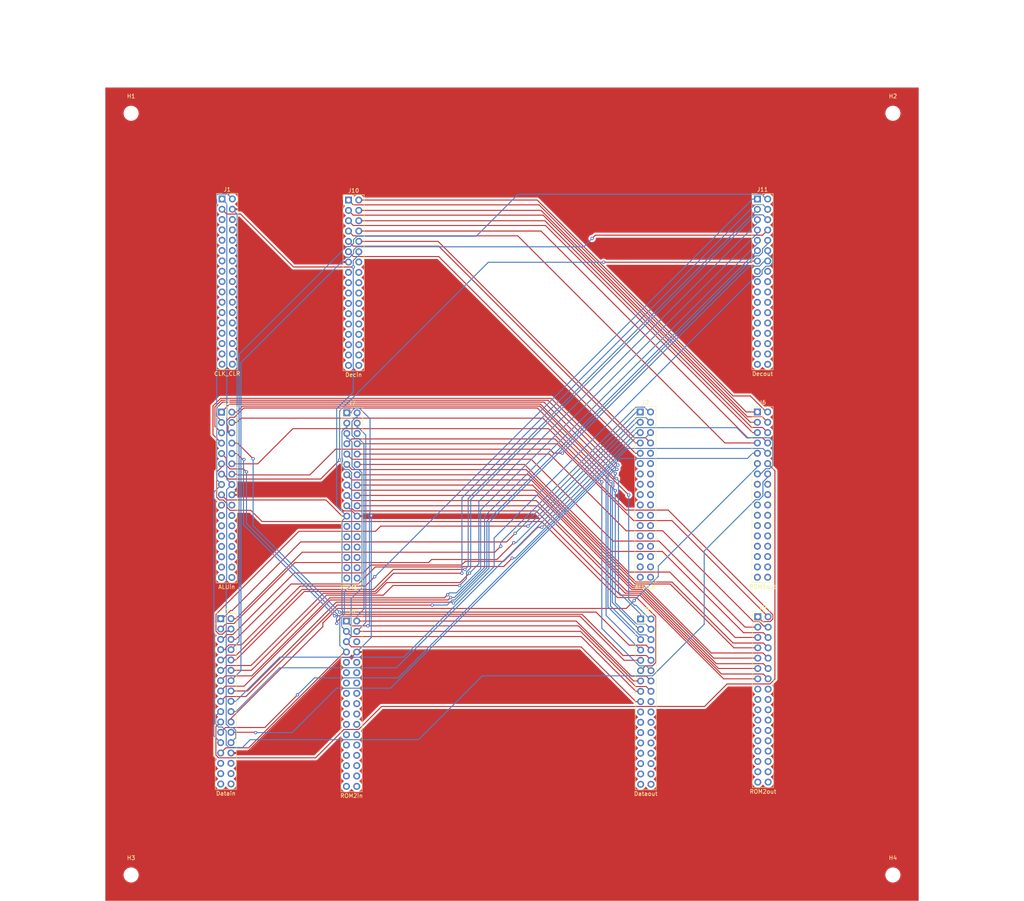
<source format=kicad_pcb>
(kicad_pcb (version 20221018) (generator pcbnew)
  (layers (0 "F.Cu" signal) (31 "B.Cu" signal) (34 "B.Paste" user) (35 "F.Paste" user) (36 "B.SilkS" user "B.Silkscreen") (37 "F.SilkS" user "F.Silkscreen") (38 "B.Mask" user) (39 "F.Mask" user) (44 "Edge.Cuts" user))
  (net 0 "")
  (net 1 "CLK")
  (net 2 "CLR")
  (net 3 "+5V")
  (net 4 "GND")
  (net 35 "Y0")
  (net 36 "Y1")
  (net 37 "Y2")
  (net 38 "Y3")
  (net 39 "Y4")
  (net 40 "Y5")
  (net 41 "ZFR")
  (net 42 "OFR")
  (net 43 "SFR")
  (net 69 "A0")
  (net 70 "A1")
  (net 71 "A2")
  (net 72 "A3")
  (net 73 "A4")
  (net 74 "A5")
  (net 75 "B0")
  (net 76 "B1")
  (net 77 "B2")
  (net 78 "B3")
  (net 79 "B4")
  (net 80 "B5")
  (net 81 "+{slash}-")
  (net 82 "A{slash}L")
  (net 99 "sela0")
  (net 100 "sela1")
  (net 101 "sela2")
  (net 102 "selb0")
  (net 103 "selb1")
  (net 104 "selb2")
  (net 105 "LD0")
  (net 106 "LD1")
  (net 107 "LD2")
  (net 108 "LD3")
  (net 109 "LDo")
  (net 110 "LDpc")
  (net 111 "Im0")
  (net 112 "Im1")
  (net 113 "Im2")
  (net 114 "Im3")
  (net 115 "Im4")
  (net 116 "Im5")
  (net 123 "pc0")
  (net 124 "pc1")
  (net 125 "pc2")
  (net 126 "pc3")
  (net 127 "pc4")
  (net 128 "pc5")
  (net 145 "oc3")
  (net 146 "oc2")
  (net 147 "oc1")
  (net 148 "oc0")
  (net 149 "ol3")
  (net 150 "ol2")
  (net 151 "ol1")
  (net 152 "ol0")
  (net 174 "2oc3")
  (net 175 "2oc2")
  (net 176 "2oc1")
  (net 177 "2oc0")
  (net 178 "2ol3")
  (net 179 "2ol2")
  (net 180 "2ol1")
  (net 181 "2ol0")
  (net 182 "2Im5")
  (net 183 "2Im4")
  (net 184 "2Im3")
  (net 185 "2Im2")
  (net 186 "2Im1")
  (net 187 "2Im0")
  (footprint "MountingHole:MountingHole_3.2mm_M3" (layer "F.Cu") (at 293.6494 293.624)
    (fp_text reference "H4")
    (fp_text value "MountingHole")
  )
  (footprint "Connector_PinHeader_2.54mm:PinHeader_2x17_P2.54mm_Vertical" (layer "F.Cu") (at 128.7018 127.4064)
    (fp_text reference "J1")
    (fp_text value "CLK_CLR")
  )
  (footprint "Connector_PinHeader_2.54mm:PinHeader_2x17_P2.54mm_Vertical" (layer "F.Cu") (at 260.3282 127.4318)
    (fp_text reference "J11")
    (fp_text value "Decout")
  )
  (footprint "Connector_PinHeader_2.54mm:PinHeader_2x17_P2.54mm_Vertical" (layer "F.Cu") (at 128.5748 179.832)
    (fp_text reference "J3")
    (fp_text value "ALUin")
  )
  (footprint "Connector_PinHeader_2.54mm:PinHeader_2x17_P2.54mm_Vertical" (layer "F.Cu") (at 159.385 179.9844)
    (fp_text reference "J7")
    (fp_text value "ROM1in")
  )
  (footprint "Connector_PinHeader_2.54mm:PinHeader_2x17_P2.54mm_Vertical" (layer "F.Cu") (at 159.2834 231.1908)
    (fp_text reference "J8")
    (fp_text value "ROM2in")
  )
  (footprint "Connector_PinHeader_2.54mm:PinHeader_2x17_P2.54mm_Vertical" (layer "F.Cu") (at 231.5246 179.7812)
    (fp_text reference "J2")
    (fp_text value "ALUout")
  )
  (footprint "Connector_PinHeader_2.54mm:PinHeader_2x17_P2.54mm_Vertical" (layer "F.Cu") (at 260.3246 179.7812)
    (fp_text reference "J6")
    (fp_text value "ROM1out")
  )
  (footprint "MountingHole:MountingHole_3.2mm_M3" (layer "F.Cu") (at 106.3498 293.624)
    (fp_text reference "H3")
    (fp_text value "MountingHole")
  )
  (footprint "Connector_PinHeader_2.54mm:PinHeader_2x17_P2.54mm_Vertical" (layer "F.Cu") (at 231.6262 230.6828)
    (fp_text reference "J5")
    (fp_text value "Dataout")
  )
  (footprint "MountingHole:MountingHole_3.2mm_M3" (layer "F.Cu") (at 293.6494 106.3498)
    (fp_text reference "H2")
    (fp_text value "MountingHole")
  )
  (footprint "Connector_PinHeader_2.54mm:PinHeader_2x17_P2.54mm_Vertical" (layer "F.Cu") (at 260.4298 230.1494)
    (fp_text reference "J9")
    (fp_text value "ROM2out")
  )
  (footprint "Connector_PinHeader_2.54mm:PinHeader_2x17_P2.54mm_Vertical" (layer "F.Cu") (at 128.3716 230.6066)
    (fp_text reference "J4")
    (fp_text value "Datain")
  )
  (footprint "Connector_PinHeader_2.54mm:PinHeader_2x17_P2.54mm_Vertical" (layer "F.Cu") (at 159.7914 127.6858)
    (fp_text reference "J10")
    (fp_text value "Decin")
  )
  (footprint "MountingHole:MountingHole_3.2mm_M3" (layer "F.Cu") (at 106.3498 106.3498)
    (fp_text reference "H1")
    (fp_text value "MountingHole")
  )
  (gr_rect (start 100 100) (end 300 300) (stroke (width 0.1)) (fill none) (layer "Edge.Cuts"))
  (segment (start 131.3991 257.3697) (end 130.5457 257.3697) (width 0.25) (layer "B.Cu") (net 1))
  (segment (start 129.8787 196.3759) (end 131.1148 197.612) (width 0.25) (layer "B.Cu") (net 1))
  (segment (start 129.7346 220.9766) (end 129.8435 220.8677) (width 0.25) (layer "B.Cu") (net 1))
  (segment (start 129.7346 256.5586) (end 129.7346 220.9766) (width 0.25) (layer "B.Cu") (net 1))
  (segment (start 132.08 259.9182) (end 132.08 259.0426) (width 0.25) (layer "B.Cu") (net 1))
  (segment (start 129.8787 128.5833) (end 129.8787 196.3759) (width 0.25) (layer "B.Cu") (net 1))
  (segment (start 130.9116 261.0866) (end 132.08 259.9182) (width 0.25) (layer "B.Cu") (net 1))
  (segment (start 128.7018 127.4064) (end 129.8787 128.5833) (width 0.25) (layer "B.Cu") (net 1))
  (segment (start 129.8435 220.8677) (end 129.8435 198.8833) (width 0.25) (layer "B.Cu") (net 1))
  (segment (start 132.08 259.0426) (end 132.0885 259.0341) (width 0.25) (layer "B.Cu") (net 1))
  (segment (start 129.8435 198.8833) (end 131.1148 197.612) (width 0.25) (layer "B.Cu") (net 1))
  (segment (start 132.0885 258.0591) (end 131.3991 257.3697) (width 0.25) (layer "B.Cu") (net 1))
  (segment (start 130.5457 257.3697) (end 129.7346 256.5586) (width 0.25) (layer "B.Cu") (net 1))
  (segment (start 132.0885 259.0341) (end 132.0885 258.0591) (width 0.25) (layer "B.Cu") (net 1))
  (segment (start 128.5748 197.612) (end 127.3979 196.4351) (width 0.25) (layer "B.Cu") (net 2))
  (segment (start 130.0649 126.2295) (end 131.2418 127.4064) (width 0.25) (layer "B.Cu") (net 2))
  (segment (start 126.7043 259.4193) (end 128.3716 261.0866) (width 0.25) (layer "B.Cu") (net 2))
  (segment (start 127.635 126.2295) (end 130.0649 126.2295) (width 0.25) (layer "B.Cu") (net 2))
  (segment (start 126.7043 199.4825) (end 126.7043 259.4193) (width 0.25) (layer "B.Cu") (net 2))
  (segment (start 127.3979 196.4351) (end 127.3979 126.4666) (width 0.25) (layer "B.Cu") (net 2))
  (segment (start 127.3979 126.4666) (end 127.635 126.2295) (width 0.25) (layer "B.Cu") (net 2))
  (segment (start 128.5748 197.612) (end 126.7043 199.4825) (width 0.25) (layer "B.Cu") (net 2))
  (segment (start 154.2457 201.422) (end 158.2081 205.3844) (width 0.25) (layer "F.Cu") (net 3))
  (segment (start 128.7018 129.9464) (end 128.7018 129.9718) (width 0.25) (layer "F.Cu") (net 3))
  (segment (start 135.2461 262.3559) (end 158.7912 238.8108) (width 0.25) (layer "F.Cu") (net 3))
  (segment (start 129.6423 262.3559) (end 135.2461 262.3559) (width 0.25) (layer "F.Cu") (net 3))
  (segment (start 133.2644 131.1263) (end 146.2783 144.1402) (width 0.25) (layer "F.Cu") (net 3))
  (segment (start 158.2081 205.3844) (end 159.385 205.3844) (width 0.25) (layer "F.Cu") (net 3))
  (segment (start 129.8448 201.422) (end 154.2457 201.422) (width 0.25) (layer "F.Cu") (net 3))
  (segment (start 128.7018 129.9718) (end 129.8563 131.1263) (width 0.25) (layer "F.Cu") (net 3))
  (segment (start 129.8563 131.1263) (end 133.2644 131.1263) (width 0.25) (layer "F.Cu") (net 3))
  (segment (start 146.2783 144.1402) (end 160.9683 144.1402) (width 0.25) (layer "F.Cu") (net 3))
  (segment (start 158.7912 238.8108) (end 159.2834 238.8108) (width 0.25) (layer "F.Cu") (net 3))
  (segment (start 128.5748 200.152) (end 129.8448 201.422) (width 0.25) (layer "F.Cu") (net 3))
  (segment (start 128.3716 263.6266) (end 129.6423 262.3559) (width 0.25) (layer "F.Cu") (net 3))
  (via (at 160.9683 144.1402) (size 0.8) (drill 0.4) (layers "F.Cu" "B.Cu") (net 3))
  (segment (start 158.3234 229.2984) (end 158.3234 228.4938) (width 0.25) (layer "B.Cu") (net 3))
  (segment (start 158.1954 206.574) (end 159.385 205.3844) (width 0.25) (layer "B.Cu") (net 3))
  (segment (start 159.2834 238.8108) (end 157.6463 237.1737) (width 0.25) (layer "B.Cu") (net 3))
  (segment (start 157.6463 229.9755) (end 158.3234 229.2984) (width 0.25) (layer "B.Cu") (net 3))
  (segment (start 160.9683 142.558) (end 160.9683 144.1402) (width 0.25) (layer "B.Cu") (net 3))
  (segment (start 162.3314 141.5627) (end 161.9636 141.5627) (width 0.25) (layer "B.Cu") (net 3))
  (segment (start 156.8857 178.9725) (end 156.8857 202.8851) (width 0.25) (layer "B.Cu") (net 3))
  (segment (start 160.9683 144.1402) (end 160.9683 174.8899) (width 0.25) (layer "B.Cu") (net 3))
  (segment (start 157.6463 237.1737) (end 157.6463 229.9755) (width 0.25) (layer "B.Cu") (net 3))
  (segment (start 158.1954 228.3658) (end 158.1954 206.574) (width 0.25) (layer "B.Cu") (net 3))
  (segment (start 162.3314 140.3858) (end 162.3314 141.5627) (width 0.25) (layer "B.Cu") (net 3))
  (segment (start 161.9636 141.5627) (end 160.9683 142.558) (width 0.25) (layer "B.Cu") (net 3))
  (segment (start 156.8857 202.8851) (end 159.385 205.3844) (width 0.25) (layer "B.Cu") (net 3))
  (segment (start 158.3234 228.4938) (end 158.1954 228.3658) (width 0.25) (layer "B.Cu") (net 3))
  (segment (start 160.9683 174.8899) (end 156.8857 178.9725) (width 0.25) (layer "B.Cu") (net 3))
  (segment (start 134.6145 263.6266) (end 158.1052 240.1359) (width 0.25) (layer "F.Cu") (net 4))
  (segment (start 158.1052 240.1359) (end 160.4983 240.1359) (width 0.25) (layer "F.Cu") (net 4))
  (segment (start 159.7914 142.9258) (end 158.6145 142.9258) (width 0.25) (layer "F.Cu") (net 4))
  (segment (start 161.925 205.3844) (end 160.655 204.1144) (width 0.25) (layer "F.Cu") (net 4))
  (segment (start 158.6145 142.9258) (end 145.6351 129.9464) (width 0.25) (layer "F.Cu") (net 4))
  (segment (start 154.0962 200.152) (end 131.1148 200.152) (width 0.25) (layer "F.Cu") (net 4))
  (segment (start 160.655 204.1144) (end 158.0586 204.1144) (width 0.25) (layer "F.Cu") (net 4))
  (segment (start 145.6351 129.9464) (end 131.2418 129.9464) (width 0.25) (layer "F.Cu") (net 4))
  (segment (start 130.9116 263.6266) (end 134.6145 263.6266) (width 0.25) (layer "F.Cu") (net 4))
  (segment (start 160.4983 240.1359) (end 161.8234 238.8108) (width 0.25) (layer "F.Cu") (net 4))
  (segment (start 161.925 205.3844) (end 165.2808 205.3844) (width 0.25) (layer "F.Cu") (net 4))
  (segment (start 165.2808 205.3844) (end 165.4028 205.2624) (width 0.25) (layer "F.Cu") (net 4))
  (segment (start 158.0586 204.1144) (end 154.0962 200.152) (width 0.25) (layer "F.Cu") (net 4))
  (via (at 165.4028 205.2624) (size 0.8) (drill 0.4) (layers "F.Cu" "B.Cu") (net 4))
  (segment (start 132.4225 131.1271) (end 132.4225 198.8443) (width 0.25) (layer "B.Cu") (net 4))
  (segment (start 165.4028 235.2314) (end 165.4028 205.2624) (width 0.25) (layer "B.Cu") (net 4))
  (segment (start 161.8234 238.8108) (end 165.4028 235.2314) (width 0.25) (layer "B.Cu") (net 4))
  (segment (start 131.2418 129.9464) (end 132.4225 131.1271) (width 0.25) (layer "B.Cu") (net 4))
  (segment (start 132.4225 198.8443) (end 131.1148 200.152) (width 0.25) (layer "B.Cu") (net 4))
  (segment (start 198.6649 211.7344) (end 200.7695 209.6298) (width 0.25) (layer "F.Cu") (net 35))
  (segment (start 148.0529 211.7344) (end 198.6649 211.7344) (width 0.25) (layer "F.Cu") (net 35))
  (segment (start 128.3716 230.6066) (end 128.8034 230.6066) (width 0.25) (layer "F.Cu") (net 35))
  (segment (start 128.8034 230.6066) (end 130.81 228.6) (width 0.25) (layer "F.Cu") (net 35))
  (segment (start 131.1873 228.6) (end 148.0529 211.7344) (width 0.25) (layer "F.Cu") (net 35))
  (segment (start 130.81 228.6) (end 131.1873 228.6) (width 0.25) (layer "F.Cu") (net 35))
  (via (at 200.7695 209.6298) (size 0.8) (drill 0.4) (layers "F.Cu" "B.Cu") (net 35))
  (segment (start 230.6181 179.7812) (end 200.7695 209.6298) (width 0.25) (layer "B.Cu") (net 35))
  (segment (start 231.5246 179.7812) (end 230.6181 179.7812) (width 0.25) (layer "B.Cu") (net 35))
  (segment (start 130.9116 230.6066) (end 132.0885 230.6066) (width 0.25) (layer "F.Cu") (net 36))
  (segment (start 195.7488 214.2744) (end 197.224 212.7992) (width 0.25) (layer "F.Cu") (net 36))
  (segment (start 148.4207 214.2744) (end 195.7488 214.2744) (width 0.25) (layer "F.Cu") (net 36))
  (segment (start 132.0885 230.6066) (end 148.4207 214.2744) (width 0.25) (layer "F.Cu") (net 36))
  (via (at 197.224 212.7992) (size 0.8) (drill 0.4) (layers "F.Cu" "B.Cu") (net 36))
  (segment (start 233.72 179.7812) (end 232.5431 178.6043) (width 0.25) (layer "B.Cu") (net 36))
  (segment (start 230.4594 178.6043) (end 197.224 211.8397) (width 0.25) (layer "B.Cu") (net 36))
  (segment (start 197.224 211.8397) (end 197.224 212.7992) (width 0.25) (layer "B.Cu") (net 36))
  (segment (start 234.0646 179.7812) (end 233.72 179.7812) (width 0.25) (layer "B.Cu") (net 36))
  (segment (start 232.5431 178.6043) (end 230.4594 178.6043) (width 0.25) (layer "B.Cu") (net 36))
  (segment (start 196.2867 216.0676) (end 180.2235 216.0676) (width 0.25) (layer "F.Cu") (net 37))
  (segment (start 179.4767 216.8144) (end 146.6241 216.8144) (width 0.25) (layer "F.Cu") (net 37))
  (segment (start 146.6241 216.8144) (end 131.6461 231.7924) (width 0.25) (layer "F.Cu") (net 37))
  (segment (start 131.6461 231.7924) (end 129.7258 231.7924) (width 0.25) (layer "F.Cu") (net 37))
  (segment (start 129.7258 231.7924) (end 128.3716 233.1466) (width 0.25) (layer "F.Cu") (net 37))
  (segment (start 180.2235 216.0676) (end 179.4767 216.8144) (width 0.25) (layer "F.Cu") (net 37))
  (segment (start 200.4232 211.9311) (end 196.2867 216.0676) (width 0.25) (layer "F.Cu") (net 37))
  (via (at 200.4232 211.9311) (size 0.8) (drill 0.4) (layers "F.Cu" "B.Cu") (net 37))
  (segment (start 200.4232 211.9311) (end 200.9938 211.9311) (width 0.25) (layer "B.Cu") (net 37))
  (segment (start 200.9938 211.9311) (end 230.6037 182.3212) (width 0.25) (layer "B.Cu") (net 37))
  (segment (start 230.6037 182.3212) (end 231.5246 182.3212) (width 0.25) (layer "B.Cu") (net 37))
  (segment (start 130.9116 233.1466) (end 130.3782 233.68) (width 0.25) (layer "F.Cu") (net 38))
  (segment (start 166.4481 209.1281) (end 167.7222 207.854) (width 0.25) (layer "F.Cu") (net 38))
  (segment (start 127.9598 234.4151) (end 127.1947 233.65) (width 0.25) (layer "F.Cu") (net 38))
  (segment (start 147.6263 209.1281) (end 166.4481 209.1281) (width 0.25) (layer "F.Cu") (net 38))
  (segment (start 127.1947 229.5597) (end 147.6263 209.1281) (width 0.25) (layer "F.Cu") (net 38))
  (segment (start 128.834 234.4151) (end 127.9598 234.4151) (width 0.25) (layer "F.Cu") (net 38))
  (segment (start 129.5691 233.68) (end 128.834 234.4151) (width 0.25) (layer "F.Cu") (net 38))
  (segment (start 130.3782 233.68) (end 129.5691 233.68) (width 0.25) (layer "F.Cu") (net 38))
  (segment (start 127.1947 233.65) (end 127.1947 229.5597) (width 0.25) (layer "F.Cu") (net 38))
  (segment (start 167.7222 207.854) (end 203.929 207.854) (width 0.25) (layer "F.Cu") (net 38))
  (via (at 203.929 207.854) (size 0.8) (drill 0.4) (layers "F.Cu" "B.Cu") (net 38))
  (segment (start 234.0646 182.3212) (end 232.887 181.1436) (width 0.25) (layer "B.Cu") (net 38))
  (segment (start 230.6394 181.1436) (end 203.929 207.854) (width 0.25) (layer "B.Cu") (net 38))
  (segment (start 232.887 181.1436) (end 230.6394 181.1436) (width 0.25) (layer "B.Cu") (net 38))
  (segment (start 128.3716 235.6866) (end 128.8034 235.6866) (width 0.25) (layer "F.Cu") (net 39))
  (segment (start 206.3143 208.1426) (end 207.3374 208.1426) (width 0.25) (layer "F.Cu") (net 39))
  (segment (start 128.8034 235.6866) (end 129.9803 234.5097) (width 0.25) (layer "F.Cu") (net 39))
  (segment (start 197.9374 216.5195) (end 206.3143 208.1426) (width 0.25) (layer "F.Cu") (net 39))
  (segment (start 129.9803 234.5097) (end 131.3522 234.5097) (width 0.25) (layer "F.Cu") (net 39))
  (segment (start 165.2912 217.4233) (end 187.6086 217.4233) (width 0.25) (layer "F.Cu") (net 39))
  (segment (start 146.5075 219.3544) (end 163.3601 219.3544) (width 0.25) (layer "F.Cu") (net 39))
  (segment (start 131.3522 234.5097) (end 146.5075 219.3544) (width 0.25) (layer "F.Cu") (net 39))
  (segment (start 187.6086 217.4233) (end 188.5124 216.5195) (width 0.25) (layer "F.Cu") (net 39))
  (segment (start 188.5124 216.5195) (end 197.9374 216.5195) (width 0.25) (layer "F.Cu") (net 39))
  (segment (start 163.3601 219.3544) (end 165.2912 217.4233) (width 0.25) (layer "F.Cu") (net 39))
  (via (at 207.3374 208.1426) (size 0.8) (drill 0.4) (layers "F.Cu" "B.Cu") (net 39))
  (segment (start 231.5246 184.8612) (end 230.6188 184.8612) (width 0.25) (layer "B.Cu") (net 39))
  (segment (start 230.6188 184.8612) (end 207.3374 208.1426) (width 0.25) (layer "B.Cu") (net 39))
  (segment (start 166.4 217.8808) (end 162.1983 222.0825) (width 0.25) (layer "F.Cu") (net 40))
  (segment (start 197.9836 217.7703) (end 188.1086 217.7703) (width 0.25) (layer "F.Cu") (net 40))
  (segment (start 200.0262 215.7277) (end 197.9836 217.7703) (width 0.25) (layer "F.Cu") (net 40))
  (segment (start 130.9116 235.6866) (end 132.0885 235.6866) (width 0.25) (layer "F.Cu") (net 40))
  (segment (start 145.6926 222.0825) (end 132.0885 235.6866) (width 0.25) (layer "F.Cu") (net 40))
  (segment (start 162.1983 222.0825) (end 145.6926 222.0825) (width 0.25) (layer "F.Cu") (net 40))
  (segment (start 187.9981 217.8808) (end 166.4 217.8808) (width 0.25) (layer "F.Cu") (net 40))
  (segment (start 188.1086 217.7703) (end 187.9981 217.8808) (width 0.25) (layer "F.Cu") (net 40))
  (via (at 200.0262 215.7277) (size 0.8) (drill 0.4) (layers "F.Cu" "B.Cu") (net 40))
  (segment (start 230.3817 186.1312) (end 232.7946 186.1312) (width 0.25) (layer "B.Cu") (net 40))
  (segment (start 200.7852 215.7277) (end 230.3817 186.1312) (width 0.25) (layer "B.Cu") (net 40))
  (segment (start 200.0262 215.7277) (end 200.7852 215.7277) (width 0.25) (layer "B.Cu") (net 40))
  (segment (start 232.7946 186.1312) (end 234.0646 184.8612) (width 0.25) (layer "B.Cu") (net 40))
  (segment (start 230.3477 187.4012) (end 231.5246 187.4012) (width 0.25) (layer "F.Cu") (net 41))
  (segment (start 160.9683 139.0227) (end 181.9692 139.0227) (width 0.25) (layer "F.Cu") (net 41))
  (segment (start 181.9692 139.0227) (end 230.3477 187.4012) (width 0.25) (layer "F.Cu") (net 41))
  (segment (start 159.7914 137.8458) (end 160.9683 139.0227) (width 0.25) (layer "F.Cu") (net 41))
  (segment (start 232.7946 186.1312) (end 234.0646 187.4012) (width 0.25) (layer "F.Cu") (net 42))
  (segment (start 162.3314 137.8458) (end 181.835 137.8458) (width 0.25) (layer "F.Cu") (net 42))
  (segment (start 230.1204 186.1312) (end 232.7946 186.1312) (width 0.25) (layer "F.Cu") (net 42))
  (segment (start 181.835 137.8458) (end 230.1204 186.1312) (width 0.25) (layer "F.Cu") (net 42))
  (segment (start 159.7914 140.3858) (end 160.9683 141.5627) (width 0.25) (layer "F.Cu") (net 43))
  (segment (start 160.9683 141.5627) (end 181.9692 141.5627) (width 0.25) (layer "F.Cu") (net 43))
  (segment (start 230.3477 189.9412) (end 231.5246 189.9412) (width 0.25) (layer "F.Cu") (net 43))
  (segment (start 181.9692 141.5627) (end 230.3477 189.9412) (width 0.25) (layer "F.Cu") (net 43))
  (segment (start 128.5748 179.832) (end 130.5408 177.866) (width 0.25) (layer "F.Cu") (net 69))
  (segment (start 130.5408 177.866) (end 206.9989 177.866) (width 0.25) (layer "F.Cu") (net 69))
  (segment (start 225.3072 196.1743) (end 225.6998 196.1743) (width 0.25) (layer "F.Cu") (net 69))
  (segment (start 206.9989 177.866) (end 225.3072 196.1743) (width 0.25) (layer "F.Cu") (net 69))
  (via (at 225.6998 196.1743) (size 0.8) (drill 0.4) (layers "F.Cu" "B.Cu") (net 69))
  (segment (start 231.6262 229.5059) (end 226.1679 224.0476) (width 0.25) (layer "B.Cu") (net 69))
  (segment (start 226.1679 224.0476) (end 226.1679 196.6424) (width 0.25) (layer "B.Cu") (net 69))
  (segment (start 231.6262 230.6828) (end 231.6262 229.5059) (width 0.25) (layer "B.Cu") (net 69))
  (segment (start 226.1679 196.6424) (end 225.6998 196.1743) (width 0.25) (layer "B.Cu") (net 69))
  (segment (start 228.6894 200.1955) (end 228.6894 200.2049) (width 0.25) (layer "F.Cu") (net 70))
  (segment (start 228.6893 200.1955) (end 228.6894 200.1955) (width 0.25) (layer "F.Cu") (net 70))
  (segment (start 132.2917 179.832) (end 133.7725 178.3512) (width 0.25) (layer "F.Cu") (net 70))
  (segment (start 206.845 178.3512) (end 228.6893 200.1955) (width 0.25) (layer "F.Cu") (net 70))
  (segment (start 133.7725 178.3512) (end 206.845 178.3512) (width 0.25) (layer "F.Cu") (net 70))
  (segment (start 131.1148 179.832) (end 132.2917 179.832) (width 0.25) (layer "F.Cu") (net 70))
  (via (at 228.6894 200.2049) (size 0.8) (drill 0.4) (layers "F.Cu" "B.Cu") (net 70))
  (segment (start 230.1388 227.3185) (end 228.6894 225.8691) (width 0.25) (layer "B.Cu") (net 70))
  (segment (start 233.8458 230.6828) (end 230.4815 227.3185) (width 0.25) (layer "B.Cu") (net 70))
  (segment (start 234.1662 230.6828) (end 233.8458 230.6828) (width 0.25) (layer "B.Cu") (net 70))
  (segment (start 230.4815 227.3185) (end 230.1388 227.3185) (width 0.25) (layer "B.Cu") (net 70))
  (segment (start 228.6894 225.8691) (end 228.6894 200.2049) (width 0.25) (layer "B.Cu") (net 70))
  (segment (start 128.8118 177.3794) (end 127.3979 178.7933) (width 0.25) (layer "F.Cu") (net 71))
  (segment (start 207.8951 177.3794) (end 128.8118 177.3794) (width 0.25) (layer "F.Cu") (net 71))
  (segment (start 127.3979 180.8505) (end 128.5748 182.0274) (width 0.25) (layer "F.Cu") (net 71))
  (segment (start 127.3979 178.7933) (end 127.3979 180.8505) (width 0.25) (layer "F.Cu") (net 71))
  (segment (start 225.4029 194.8872) (end 207.8951 177.3794) (width 0.25) (layer "F.Cu") (net 71))
  (segment (start 128.5748 182.0274) (end 128.5748 182.372) (width 0.25) (layer "F.Cu") (net 71))
  (via (at 225.4029 194.8872) (size 0.8) (drill 0.4) (layers "F.Cu" "B.Cu") (net 71))
  (segment (start 225.4029 195.4493) (end 225.399495 195.4493) (width 0.25) (layer "B.Cu") (net 71))
  (segment (start 231.2657 233.2228) (end 231.6262 233.2228) (width 0.25) (layer "B.Cu") (net 71))
  (segment (start 225.399495 195.4493) (end 224.9748 195.873995) (width 0.25) (layer "B.Cu") (net 71))
  (segment (start 225.4029 194.8872) (end 225.4029 195.4493) (width 0.25) (layer "B.Cu") (net 71))
  (segment (start 224.9748 195.873995) (end 224.9748 196.474605) (width 0.25) (layer "B.Cu") (net 71))
  (segment (start 225.0413 196.541105) (end 225.0413 198.1326) (width 0.25) (layer "B.Cu") (net 71))
  (segment (start 224.9748 196.474605) (end 225.0413 196.541105) (width 0.25) (layer "B.Cu") (net 71))
  (segment (start 224.668 198.5059) (end 224.668 226.6251) (width 0.25) (layer "B.Cu") (net 71))
  (segment (start 225.0413 198.1326) (end 224.668 198.5059) (width 0.25) (layer "B.Cu") (net 71))
  (segment (start 224.668 226.6251) (end 231.2657 233.2228) (width 0.25) (layer "B.Cu") (net 71))
  (segment (start 131.1148 182.372) (end 132.2917 182.372) (width 0.25) (layer "F.Cu") (net 72))
  (segment (start 132.2917 182.372) (end 133.354 181.3097) (width 0.25) (layer "F.Cu") (net 72))
  (segment (start 207.5886 181.3097) (end 225.3965 199.1176) (width 0.25) (layer "F.Cu") (net 72))
  (segment (start 133.354 181.3097) (end 207.5886 181.3097) (width 0.25) (layer "F.Cu") (net 72))
  (via (at 225.3965 199.1176) (size 0.8) (drill 0.4) (layers "F.Cu" "B.Cu") (net 72))
  (segment (start 234.1662 233.2228) (end 232.8962 231.9528) (width 0.25) (layer "B.Cu") (net 72))
  (segment (start 230.6547 231.9528) (end 225.3965 226.6946) (width 0.25) (layer "B.Cu") (net 72))
  (segment (start 225.3965 226.6946) (end 225.3965 199.1176) (width 0.25) (layer "B.Cu") (net 72))
  (segment (start 232.8962 231.9528) (end 230.6547 231.9528) (width 0.25) (layer "B.Cu") (net 72))
  (segment (start 128.549 176.9275) (end 126.9398 178.5367) (width 0.25) (layer "F.Cu") (net 73))
  (segment (start 126.9398 183.277) (end 128.5748 184.912) (width 0.25) (layer "F.Cu") (net 73))
  (segment (start 208.8338 176.9275) (end 128.549 176.9275) (width 0.25) (layer "F.Cu") (net 73))
  (segment (start 126.9398 178.5367) (end 126.9398 183.277) (width 0.25) (layer "F.Cu") (net 73))
  (segment (start 225.7852 193.8789) (end 208.8338 176.9275) (width 0.25) (layer "F.Cu") (net 73))
  (via (at 225.7852 193.8789) (size 0.8) (drill 0.4) (layers "F.Cu" "B.Cu") (net 73))
  (segment (start 225.102595 194.1622) (end 223.5894 195.675395) (width 0.25) (layer "B.Cu") (net 73))
  (segment (start 225.7852 193.8789) (end 225.5019 194.1622) (width 0.25) (layer "B.Cu") (net 73))
  (segment (start 223.5894 227.726) (end 231.6262 235.7628) (width 0.25) (layer "B.Cu") (net 73))
  (segment (start 225.5019 194.1622) (end 225.102595 194.1622) (width 0.25) (layer "B.Cu") (net 73))
  (segment (start 223.5894 195.675395) (end 223.5894 227.726) (width 0.25) (layer "B.Cu") (net 73))
  (segment (start 131.745 181.102) (end 134.041 178.806) (width 0.25) (layer "F.Cu") (net 74))
  (segment (start 130.6839 181.102) (end 131.745 181.102) (width 0.25) (layer "F.Cu") (net 74))
  (segment (start 129.8972 181.8887) (end 130.6839 181.102) (width 0.25) (layer "F.Cu") (net 74))
  (segment (start 129.8972 182.8833) (end 129.8972 181.8887) (width 0.25) (layer "F.Cu") (net 74))
  (segment (start 206.2151 178.806) (end 224.3163 196.9072) (width 0.25) (layer "F.Cu") (net 74))
  (segment (start 130.302 184.912) (end 130.175 184.785) (width 0.25) (layer "F.Cu") (net 74))
  (segment (start 130.175 183.1611) (end 129.8972 182.8833) (width 0.25) (layer "F.Cu") (net 74))
  (segment (start 130.175 184.785) (end 130.175 183.1611) (width 0.25) (layer "F.Cu") (net 74))
  (segment (start 134.041 178.806) (end 206.2151 178.806) (width 0.25) (layer "F.Cu") (net 74))
  (segment (start 131.1148 184.912) (end 130.302 184.912) (width 0.25) (layer "F.Cu") (net 74))
  (via (at 224.3163 196.9072) (size 0.8) (drill 0.4) (layers "F.Cu" "B.Cu") (net 74))
  (segment (start 224.3163 196.9072) (end 224.5913 197.1822) (width 0.25) (layer "B.Cu") (net 74))
  (segment (start 224.218 198.319504) (end 224.218 227.4881) (width 0.25) (layer "B.Cu") (net 74))
  (segment (start 231.3158 234.5859) (end 232.9893 234.5859) (width 0.25) (layer "B.Cu") (net 74))
  (segment (start 224.5913 197.946204) (end 224.218 198.319504) (width 0.25) (layer "B.Cu") (net 74))
  (segment (start 224.5913 197.1822) (end 224.5913 197.946204) (width 0.25) (layer "B.Cu") (net 74))
  (segment (start 232.9893 234.5859) (end 234.1662 235.7628) (width 0.25) (layer "B.Cu") (net 74))
  (segment (start 224.218 227.4881) (end 231.3158 234.5859) (width 0.25) (layer "B.Cu") (net 74))
  (segment (start 128.5748 187.452) (end 126.4817 185.3589) (width 0.25) (layer "F.Cu") (net 75))
  (segment (start 126.4817 185.3589) (end 126.4817 178.322) (width 0.25) (layer "F.Cu") (net 75))
  (segment (start 209.6253 176.4447) (end 226.0314 192.8508) (width 0.25) (layer "F.Cu") (net 75))
  (segment (start 128.359 176.4447) (end 209.6253 176.4447) (width 0.25) (layer "F.Cu") (net 75))
  (segment (start 126.4817 178.322) (end 128.359 176.4447) (width 0.25) (layer "F.Cu") (net 75))
  (via (at 226.0314 192.8508) (size 0.8) (drill 0.4) (layers "F.Cu" "B.Cu") (net 75))
  (segment (start 223.1375 229.8141) (end 231.6262 238.3028) (width 0.25) (layer "B.Cu") (net 75))
  (segment (start 223.1375 195.4856) (end 223.1375 229.8141) (width 0.25) (layer "B.Cu") (net 75))
  (segment (start 225.5831 193.04) (end 223.1375 195.4856) (width 0.25) (layer "B.Cu") (net 75))
  (segment (start 226.0314 192.8508) (end 225.8422 193.04) (width 0.25) (layer "B.Cu") (net 75))
  (segment (start 225.8422 193.04) (end 225.5831 193.04) (width 0.25) (layer "B.Cu") (net 75))
  (segment (start 157.5965 228.9973) (end 220.6608 228.9973) (width 0.25) (layer "F.Cu") (net 76))
  (segment (start 132.5038 187.452) (end 131.1148 187.452) (width 0.25) (layer "F.Cu") (net 76))
  (segment (start 228.7894 237.1259) (end 232.9893 237.1259) (width 0.25) (layer "F.Cu") (net 76))
  (segment (start 136.3483 191.2965) (end 132.5038 187.452) (width 0.25) (layer "F.Cu") (net 76))
  (segment (start 232.9893 237.1259) (end 234.1662 238.3028) (width 0.25) (layer "F.Cu") (net 76))
  (segment (start 220.6608 228.9973) (end 228.7894 237.1259) (width 0.25) (layer "F.Cu") (net 76))
  (via (at 157.5965 228.9973) (size 0.8) (drill 0.4) (layers "F.Cu" "B.Cu") (net 76))
  (via (at 136.3483 191.2965) (size 0.8) (drill 0.4) (layers "F.Cu" "B.Cu") (net 76))
  (segment (start 136.3483 207.7491) (end 136.3483 191.2965) (width 0.25) (layer "B.Cu") (net 76))
  (segment (start 157.5965 228.9973) (end 136.3483 207.7491) (width 0.25) (layer "B.Cu") (net 76))
  (segment (start 133.9922 193.802) (end 134.7183 194.5281) (width 0.25) (layer "F.Cu") (net 77))
  (segment (start 216.7308 230.0139) (end 227.5597 240.8428) (width 0.25) (layer "F.Cu") (net 77))
  (segment (start 130.6839 193.802) (end 133.9922 193.802) (width 0.25) (layer "F.Cu") (net 77))
  (segment (start 129.7517 192.8698) (end 130.6839 193.802) (width 0.25) (layer "F.Cu") (net 77))
  (segment (start 156.9158 231.775) (end 156.9158 231.3451) (width 0.25) (layer "F.Cu") (net 77))
  (segment (start 128.5748 189.992) (end 129.7517 191.1689) (width 0.25) (layer "F.Cu") (net 77))
  (segment (start 158.247 230.0139) (end 216.7308 230.0139) (width 0.25) (layer "F.Cu") (net 77))
  (segment (start 227.5597 240.8428) (end 231.6262 240.8428) (width 0.25) (layer "F.Cu") (net 77))
  (segment (start 129.7517 191.1689) (end 129.7517 192.8698) (width 0.25) (layer "F.Cu") (net 77))
  (segment (start 156.9158 231.3451) (end 158.247 230.0139) (width 0.25) (layer "F.Cu") (net 77))
  (via (at 134.7183 194.5281) (size 0.8) (drill 0.4) (layers "F.Cu" "B.Cu") (net 77))
  (via (at 156.9158 231.775) (size 0.8) (drill 0.4) (layers "F.Cu" "B.Cu") (net 77))
  (segment (start 134.7183 207.1964) (end 134.7183 194.5281) (width 0.25) (layer "B.Cu") (net 77))
  (segment (start 156.845 230.423005) (end 157.0933 230.174705) (width 0.25) (layer "B.Cu") (net 77))
  (segment (start 156.9158 231.775) (end 156.845 231.7042) (width 0.25) (layer "B.Cu") (net 77))
  (segment (start 157.0933 229.5714) (end 134.7183 207.1964) (width 0.25) (layer "B.Cu") (net 77))
  (segment (start 156.845 231.7042) (end 156.845 230.423005) (width 0.25) (layer "B.Cu") (net 77))
  (segment (start 157.0933 230.174705) (end 157.0933 229.5714) (width 0.25) (layer "B.Cu") (net 77))
  (segment (start 217.2162 229.5419) (end 227.3402 239.6659) (width 0.25) (layer "F.Cu") (net 78))
  (segment (start 227.3402 239.6659) (end 233.045 239.6659) (width 0.25) (layer "F.Cu") (net 78))
  (segment (start 133.7703 191.4706) (end 134.0959 191.4706) (width 0.25) (layer "F.Cu") (net 78))
  (segment (start 134.0959 191.4706) (end 134.0959 191.4707) (width 0.25) (layer "F.Cu") (net 78))
  (segment (start 131.1148 189.992) (end 132.2917 189.992) (width 0.25) (layer "F.Cu") (net 78))
  (segment (start 234.1662 240.7871) (end 234.1662 240.8428) (width 0.25) (layer "F.Cu") (net 78))
  (segment (start 158.0799 229.5419) (end 217.2162 229.5419) (width 0.25) (layer "F.Cu") (net 78))
  (segment (start 157.7474 229.8744) (end 158.0799 229.5419) (width 0.25) (layer "F.Cu") (net 78))
  (segment (start 156.3683 229.8744) (end 157.7474 229.8744) (width 0.25) (layer "F.Cu") (net 78))
  (segment (start 233.045 239.6659) (end 234.1662 240.7871) (width 0.25) (layer "F.Cu") (net 78))
  (segment (start 132.2917 189.992) (end 133.7703 191.4706) (width 0.25) (layer "F.Cu") (net 78))
  (via (at 156.3683 229.8744) (size 0.8) (drill 0.4) (layers "F.Cu" "B.Cu") (net 78))
  (via (at 134.0959 191.4707) (size 0.8) (drill 0.4) (layers "F.Cu" "B.Cu") (net 78))
  (segment (start 133.9914 191.5752) (end 134.0959 191.4707) (width 0.25) (layer "B.Cu") (net 78))
  (segment (start 133.9914 207.4975) (end 133.9914 191.5752) (width 0.25) (layer "B.Cu") (net 78))
  (segment (start 156.3683 229.8744) (end 133.9914 207.4975) (width 0.25) (layer "B.Cu") (net 78))
  (segment (start 235.3532 241.386) (end 234.5333 242.2059) (width 0.25) (layer "F.Cu") (net 79))
  (segment (start 207.2626 206.7302) (end 225.9579 225.4255) (width 0.25) (layer "F.Cu") (net 79))
  (segment (start 128.0926 201.422) (end 128.9838 201.422) (width 0.25) (layer "F.Cu") (net 79))
  (segment (start 128.5748 192.532) (end 128.5748 193.3702) (width 0.25) (layer "F.Cu") (net 79))
  (segment (start 128.5748 193.3702) (end 127.635 194.31) (width 0.25) (layer "F.Cu") (net 79))
  (segment (start 127.3756 200.705) (end 128.0926 201.422) (width 0.25) (layer "F.Cu") (net 79))
  (segment (start 230.6428 225.4255) (end 235.3532 230.1359) (width 0.25) (layer "F.Cu") (net 79))
  (segment (start 135.7772 203.962) (end 138.5454 206.7302) (width 0.25) (layer "F.Cu") (net 79))
  (segment (start 130.6515 203.962) (end 135.7772 203.962) (width 0.25) (layer "F.Cu") (net 79))
  (segment (start 128.9838 201.422) (end 129.9379 202.3761) (width 0.25) (layer "F.Cu") (net 79))
  (segment (start 127.3756 194.5423) (end 127.3756 200.705) (width 0.25) (layer "F.Cu") (net 79))
  (segment (start 138.5454 206.7302) (end 207.2626 206.7302) (width 0.25) (layer "F.Cu") (net 79))
  (segment (start 127.635 194.31) (end 127.6079 194.31) (width 0.25) (layer "F.Cu") (net 79))
  (segment (start 129.9379 203.2484) (end 130.6515 203.962) (width 0.25) (layer "F.Cu") (net 79))
  (segment (start 129.9379 202.3761) (end 129.9379 203.2484) (width 0.25) (layer "F.Cu") (net 79))
  (segment (start 127.6079 194.31) (end 127.3756 194.5423) (width 0.25) (layer "F.Cu") (net 79))
  (segment (start 234.5333 242.2059) (end 232.8031 242.2059) (width 0.25) (layer "F.Cu") (net 79))
  (segment (start 232.8031 242.2059) (end 231.6262 243.3828) (width 0.25) (layer "F.Cu") (net 79))
  (segment (start 225.9579 225.4255) (end 230.6428 225.4255) (width 0.25) (layer "F.Cu") (net 79))
  (segment (start 235.3532 230.1359) (end 235.3532 241.386) (width 0.25) (layer "F.Cu") (net 79))
  (segment (start 208.9786 183.8843) (end 222.0712 196.9769) (width 0.25) (layer "F.Cu") (net 80))
  (segment (start 137.4775 192.532) (end 146.1252 183.8843) (width 0.25) (layer "F.Cu") (net 80))
  (segment (start 131.1148 192.532) (end 137.4775 192.532) (width 0.25) (layer "F.Cu") (net 80))
  (segment (start 146.1252 183.8843) (end 208.9786 183.8843) (width 0.25) (layer "F.Cu") (net 80))
  (via (at 222.0712 196.9769) (size 0.8) (drill 0.4) (layers "F.Cu" "B.Cu") (net 80))
  (segment (start 232.9893 242.2059) (end 234.1662 243.3828) (width 0.25) (layer "B.Cu") (net 80))
  (segment (start 222.0712 196.9769) (end 222.0712 232.969) (width 0.25) (layer "B.Cu") (net 80))
  (segment (start 231.3081 242.2059) (end 232.9893 242.2059) (width 0.25) (layer "B.Cu") (net 80))
  (segment (start 222.0712 232.969) (end 231.3081 242.2059) (width 0.25) (layer "B.Cu") (net 80))
  (segment (start 260.3282 142.6718) (end 259.1513 142.6718) (width 0.25) (layer "F.Cu") (net 81))
  (segment (start 128.5748 195.072) (end 129.032 195.072) (width 0.25) (layer "F.Cu") (net 81))
  (segment (start 130.2382 196.2782) (end 152.9445 196.2782) (width 0.25) (layer "F.Cu") (net 81))
  (segment (start 258.8401 142.983) (end 222.5183 142.983) (width 0.25) (layer "F.Cu") (net 81))
  (segment (start 129.032 195.072) (end 130.2382 196.2782) (width 0.25) (layer "F.Cu") (net 81))
  (segment (start 259.1513 142.6718) (end 258.8401 142.983) (width 0.25) (layer "F.Cu") (net 81))
  (segment (start 152.9445 196.2782) (end 157.6126 191.6101) (width 0.25) (layer "F.Cu") (net 81))
  (via (at 222.5183 142.983) (size 0.8) (drill 0.4) (layers "F.Cu" "B.Cu") (net 81))
  (via (at 157.6126 191.6101) (size 0.8) (drill 0.4) (layers "F.Cu" "B.Cu") (net 81))
  (segment (start 194.1676 142.983) (end 222.5183 142.983) (width 0.25) (layer "B.Cu") (net 81))
  (segment (start 157.6126 179.538) (end 194.1676 142.983) (width 0.25) (layer "B.Cu") (net 81))
  (segment (start 157.6126 191.6101) (end 157.6126 179.538) (width 0.25) (layer "B.Cu") (net 81))
  (segment (start 209.2599 188.9399) (end 210.2422 189.9222) (width 0.25) (layer "F.Cu") (net 82))
  (segment (start 156.6193 188.9399) (end 209.2599 188.9399) (width 0.25) (layer "F.Cu") (net 82))
  (segment (start 210.2422 189.9222) (end 212.3813 189.9222) (width 0.25) (layer "F.Cu") (net 82))
  (segment (start 150.2986 195.2606) (end 156.6193 188.9399) (width 0.25) (layer "F.Cu") (net 82))
  (segment (start 132.4803 195.2606) (end 150.2986 195.2606) (width 0.25) (layer "F.Cu") (net 82))
  (segment (start 131.1148 195.072) (end 132.2917 195.072) (width 0.25) (layer "F.Cu") (net 82))
  (segment (start 132.2917 195.072) (end 132.4803 195.2606) (width 0.25) (layer "F.Cu") (net 82))
  (via (at 212.3813 189.9222) (size 0.8) (drill 0.4) (layers "F.Cu" "B.Cu") (net 82))
  (segment (start 258.3616 143.9419) (end 260.787 143.9419) (width 0.25) (layer "B.Cu") (net 82))
  (segment (start 212.3813 189.9222) (end 258.3616 143.9419) (width 0.25) (layer "B.Cu") (net 82))
  (segment (start 262.0571 142.6718) (end 262.8682 142.6718) (width 0.25) (layer "B.Cu") (net 82))
  (segment (start 260.787 143.9419) (end 262.0571 142.6718) (width 0.25) (layer "B.Cu") (net 82))
  (segment (start 130.4064 237.0324) (end 133.4828 237.0324) (width 0.25) (layer "F.Cu") (net 99))
  (segment (start 163.9297 222.588) (end 166.2189 220.2988) (width 0.25) (layer "F.Cu") (net 99))
  (segment (start 129.5485 237.8903) (end 130.4064 237.0324) (width 0.25) (layer "F.Cu") (net 99))
  (segment (start 128.3716 238.2266) (end 129.5485 238.2266) (width 0.25) (layer "F.Cu") (net 99))
  (segment (start 133.4828 237.0324) (end 147.9272 222.588) (width 0.25) (layer "F.Cu") (net 99))
  (segment (start 129.5485 238.2266) (end 129.5485 237.8903) (width 0.25) (layer "F.Cu") (net 99))
  (segment (start 147.9272 222.588) (end 163.9297 222.588) (width 0.25) (layer "F.Cu") (net 99))
  (via (at 166.2189 220.2988) (size 0.8) (drill 0.4) (layers "F.Cu" "B.Cu") (net 99))
  (segment (start 259.1513 127.4318) (end 166.2843 220.2988) (width 0.25) (layer "B.Cu") (net 99))
  (segment (start 260.3282 127.4318) (end 259.1513 127.4318) (width 0.25) (layer "B.Cu") (net 99))
  (segment (start 166.2843 220.2988) (end 166.2189 220.2988) (width 0.25) (layer "B.Cu") (net 99))
  (segment (start 201.517 126.2549) (end 191.1961 136.5758) (width 0.25) (layer "B.Cu") (net 100))
  (segment (start 132.9008 236.2374) (end 130.9116 238.2266) (width 0.25) (layer "B.Cu") (net 100))
  (segment (start 161.0436 138.2856) (end 160.2134 139.1158) (width 0.25) (layer "B.Cu") (net 100))
  (segment (start 161.0436 137.4327) (end 161.0436 138.2856) (width 0.25) (layer "B.Cu") (net 100))
  (segment (start 160.2134 139.1158) (end 159.3518 139.1158) (width 0.25) (layer "B.Cu") (net 100))
  (segment (start 159.3518 139.1158) (end 132.9008 165.5668) (width 0.25) (layer "B.Cu") (net 100))
  (segment (start 262.8682 127.4318) (end 262.5005 127.4318) (width 0.25) (layer "B.Cu") (net 100))
  (segment (start 132.9008 165.5668) (end 132.9008 236.2374) (width 0.25) (layer "B.Cu") (net 100))
  (segment (start 262.5005 127.4318) (end 261.3236 126.2549) (width 0.25) (layer "B.Cu") (net 100))
  (segment (start 261.3236 126.2549) (end 201.517 126.2549) (width 0.25) (layer "B.Cu") (net 100))
  (segment (start 191.1961 136.5758) (end 161.9005 136.5758) (width 0.25) (layer "B.Cu") (net 100))
  (segment (start 161.9005 136.5758) (end 161.0436 137.4327) (width 0.25) (layer "B.Cu") (net 100))
  (segment (start 165.9093 223.4216) (end 170.8336 218.4973) (width 0.25) (layer "F.Cu") (net 101))
  (segment (start 132.2037 239.5897) (end 148.3718 223.4216) (width 0.25) (layer "F.Cu") (net 101))
  (segment (start 148.3718 223.4216) (end 165.9093 223.4216) (width 0.25) (layer "F.Cu") (net 101))
  (segment (start 129.9803 239.5897) (end 132.2037 239.5897) (width 0.25) (layer "F.Cu") (net 101))
  (segment (start 170.8336 218.4973) (end 188.4097 218.4973) (width 0.25) (layer "F.Cu") (net 101))
  (segment (start 128.8034 240.7666) (end 129.9803 239.5897) (width 0.25) (layer "F.Cu") (net 101))
  (segment (start 128.3716 240.7666) (end 128.8034 240.7666) (width 0.25) (layer "F.Cu") (net 101))
  (via (at 188.4097 218.4973) (size 0.8) (drill 0.4) (layers "F.Cu" "B.Cu") (net 101))
  (segment (start 189.23 217.677) (end 188.4097 218.4973) (width 0.25) (layer "B.Cu") (net 101))
  (segment (start 260.3282 129.9718) (end 189.23 201.07) (width 0.25) (layer "B.Cu") (net 101))
  (segment (start 189.23 201.07) (end 189.23 217.677) (width 0.25) (layer "B.Cu") (net 101))
  (segment (start 170.8487 219.4395) (end 187.6827 219.4395) (width 0.25) (layer "F.Cu") (net 102))
  (segment (start 130.9116 240.7666) (end 132.0885 240.7666) (width 0.25) (layer "F.Cu") (net 102))
  (segment (start 166.3656 223.9226) (end 170.8487 219.4395) (width 0.25) (layer "F.Cu") (net 102))
  (segment (start 187.6827 219.4395) (end 187.6827 219.4394) (width 0.25) (layer "F.Cu") (net 102))
  (segment (start 132.0885 240.7666) (end 148.9325 223.9226) (width 0.25) (layer "F.Cu") (net 102))
  (segment (start 148.9325 223.9226) (end 166.3656 223.9226) (width 0.25) (layer "F.Cu") (net 102))
  (via (at 187.6827 219.4394) (size 0.8) (drill 0.4) (layers "F.Cu" "B.Cu") (net 102))
  (segment (start 262.8682 129.9718) (end 261.6912 128.7948) (width 0.25) (layer "B.Cu") (net 102))
  (segment (start 259.8081 128.7948) (end 187.6827 200.9202) (width 0.25) (layer "B.Cu") (net 102))
  (segment (start 187.6827 200.9202) (end 187.6827 219.4394) (width 0.25) (layer "B.Cu") (net 102))
  (segment (start 261.6912 128.7948) (end 259.8081 128.7948) (width 0.25) (layer "B.Cu") (net 102))
  (segment (start 169.2031 221.7243) (end 187.2386 221.7243) (width 0.25) (layer "F.Cu") (net 103))
  (segment (start 129.9803 242.1297) (end 135.8288 242.1297) (width 0.25) (layer "F.Cu") (net 103))
  (segment (start 128.8034 243.3066) (end 129.9803 242.1297) (width 0.25) (layer "F.Cu") (net 103))
  (segment (start 187.2386 221.7243) (end 189.5466 219.4163) (width 0.25) (layer "F.Cu") (net 103))
  (segment (start 166.5514 224.376) (end 169.2031 221.7243) (width 0.25) (layer "F.Cu") (net 103))
  (segment (start 135.8288 242.1297) (end 153.5825 224.376) (width 0.25) (layer "F.Cu") (net 103))
  (segment (start 128.3716 243.3066) (end 128.8034 243.3066) (width 0.25) (layer "F.Cu") (net 103))
  (segment (start 153.5825 224.376) (end 166.5514 224.376) (width 0.25) (layer "F.Cu") (net 103))
  (via (at 189.5466 219.4163) (size 0.8) (drill 0.4) (layers "F.Cu" "B.Cu") (net 103))
  (segment (start 260.3282 133.3229) (end 191.8355 201.8156) (width 0.25) (layer "B.Cu") (net 103))
  (segment (start 260.3282 132.5118) (end 260.3282 133.3229) (width 0.25) (layer "B.Cu") (net 103))
  (segment (start 191.8355 201.8156) (end 191.8355 217.1274) (width 0.25) (layer "B.Cu") (net 103))
  (segment (start 191.8355 217.1274) (end 189.5466 219.4163) (width 0.25) (layer "B.Cu") (net 103))
  (segment (start 132.0885 243.3066) (end 135.9195 243.3066) (width 0.25) (layer "F.Cu") (net 104))
  (segment (start 135.9195 243.3066) (end 154.396 224.8301) (width 0.25) (layer "F.Cu") (net 104))
  (segment (start 168.343 224.8301) (end 170.7219 222.4512) (width 0.25) (layer "F.Cu") (net 104))
  (segment (start 154.396 224.8301) (end 168.343 224.8301) (width 0.25) (layer "F.Cu") (net 104))
  (segment (start 130.9116 243.3066) (end 132.0885 243.3066) (width 0.25) (layer "F.Cu") (net 104))
  (segment (start 170.7219 222.4512) (end 187.1102 222.4512) (width 0.25) (layer "F.Cu") (net 104))
  (via (at 187.1102 222.4512) (size 0.8) (drill 0.4) (layers "F.Cu" "B.Cu") (net 104))
  (segment (start 188.8197 220.7417) (end 187.1102 222.4512) (width 0.25) (layer "B.Cu") (net 104))
  (segment (start 189.8442 218.0908) (end 188.8197 219.1153) (width 0.25) (layer "B.Cu") (net 104))
  (segment (start 189.8442 201.33) (end 189.8442 218.0908) (width 0.25) (layer "B.Cu") (net 104))
  (segment (start 262.8682 132.5118) (end 261.6777 131.3213) (width 0.25) (layer "B.Cu") (net 104))
  (segment (start 259.8529 131.3213) (end 189.8442 201.33) (width 0.25) (layer "B.Cu") (net 104))
  (segment (start 261.6777 131.3213) (end 259.8529 131.3213) (width 0.25) (layer "B.Cu") (net 104))
  (segment (start 188.8197 219.1153) (end 188.8197 220.7417) (width 0.25) (layer "B.Cu") (net 104))
  (segment (start 128.3716 245.8466) (end 129.5485 244.6697) (width 0.25) (layer "F.Cu") (net 105))
  (segment (start 129.5485 244.6697) (end 136.018 244.6697) (width 0.25) (layer "F.Cu") (net 105))
  (segment (start 155.1964 225.4913) (end 183.3859 225.4913) (width 0.25) (layer "F.Cu") (net 105))
  (segment (start 183.3859 225.4913) (end 184.1786 224.6986) (width 0.25) (layer "F.Cu") (net 105))
  (segment (start 136.018 244.6697) (end 155.1964 225.4913) (width 0.25) (layer "F.Cu") (net 105))
  (via (at 184.1786 224.6986) (size 0.8) (drill 0.4) (layers "F.Cu" "B.Cu") (net 105))
  (segment (start 192.2874 218.3023) (end 186.3283 224.2614) (width 0.25) (layer "B.Cu") (net 105))
  (segment (start 186.3283 224.2614) (end 184.6158 224.2614) (width 0.25) (layer "B.Cu") (net 105))
  (segment (start 260.3282 135.0518) (end 260.3282 135.8629) (width 0.25) (layer "B.Cu") (net 105))
  (segment (start 260.3282 135.8629) (end 192.2874 203.9037) (width 0.25) (layer "B.Cu") (net 105))
  (segment (start 184.6158 224.2614) (end 184.1786 224.6986) (width 0.25) (layer "B.Cu") (net 105))
  (segment (start 192.2874 203.9037) (end 192.2874 218.3023) (width 0.25) (layer "B.Cu") (net 105))
  (segment (start 220.4977 136.3218) (end 261.5982 136.3218) (width 0.25) (layer "F.Cu") (net 106))
  (segment (start 219.6911 137.1284) (end 220.4977 136.3218) (width 0.25) (layer "F.Cu") (net 106))
  (segment (start 261.5982 136.3218) (end 262.8682 135.0518) (width 0.25) (layer "F.Cu") (net 106))
  (via (at 219.6911 137.1284) (size 0.8) (drill 0.4) (layers "F.Cu" "B.Cu") (net 106))
  (segment (start 161.0614 139.9549) (end 161.8426 139.1737) (width 0.25) (layer "B.Cu") (net 106))
  (segment (start 133.3528 243.4054) (end 133.3528 167.6591) (width 0.25) (layer "B.Cu") (net 106))
  (segment (start 217.6458 139.1737) (end 219.6911 137.1284) (width 0.25) (layer "B.Cu") (net 106))
  (segment (start 130.9116 245.8466) (end 133.3528 243.4054) (width 0.25) (layer "B.Cu") (net 106))
  (segment (start 161.8426 139.1737) (end 217.6458 139.1737) (width 0.25) (layer "B.Cu") (net 106))
  (segment (start 159.263 141.7489) (end 160.1073 141.7489) (width 0.25) (layer "B.Cu") (net 106))
  (segment (start 133.3528 167.6591) (end 159.263 141.7489) (width 0.25) (layer "B.Cu") (net 106))
  (segment (start 161.0614 140.7948) (end 161.0614 139.9549) (width 0.25) (layer "B.Cu") (net 106))
  (segment (start 160.1073 141.7489) (end 161.0614 140.7948) (width 0.25) (layer "B.Cu") (net 106))
  (segment (start 155.3177 226.0091) (end 184.2852 226.0091) (width 0.25) (layer "F.Cu") (net 107))
  (segment (start 184.2852 226.0091) (end 184.8831 225.4112) (width 0.25) (layer "F.Cu") (net 107))
  (segment (start 134.1171 247.2097) (end 155.3177 226.0091) (width 0.25) (layer "F.Cu") (net 107))
  (segment (start 129.5485 247.2097) (end 134.1171 247.2097) (width 0.25) (layer "F.Cu") (net 107))
  (segment (start 128.3716 248.3866) (end 129.5485 247.2097) (width 0.25) (layer "F.Cu") (net 107))
  (via (at 184.8831 225.4112) (size 0.8) (drill 0.4) (layers "F.Cu" "B.Cu") (net 107))
  (segment (start 185.8421 225.4112) (end 184.8831 225.4112) (width 0.25) (layer "B.Cu") (net 107))
  (segment (start 193.2589 217.9944) (end 185.8421 225.4112) (width 0.25) (layer "B.Cu") (net 107))
  (segment (start 260.3282 137.5918) (end 260.3282 138.4029) (width 0.25) (layer "B.Cu") (net 107))
  (segment (start 193.2589 205.4722) (end 193.2589 217.9944) (width 0.25) (layer "B.Cu") (net 107))
  (segment (start 260.3282 138.4029) (end 193.2589 205.4722) (width 0.25) (layer "B.Cu") (net 107))
  (segment (start 134.9631 248.3866) (end 156.806 226.5437) (width 0.25) (layer "F.Cu") (net 108))
  (segment (start 156.806 226.5437) (end 185.403 226.5437) (width 0.25) (layer "F.Cu") (net 108))
  (segment (start 185.403 226.5437) (end 185.6049 226.7456) (width 0.25) (layer "F.Cu") (net 108))
  (segment (start 130.9116 248.3866) (end 134.9631 248.3866) (width 0.25) (layer "F.Cu") (net 108))
  (via (at 185.6049 226.7456) (size 0.8) (drill 0.4) (layers "F.Cu" "B.Cu") (net 108))
  (segment (start 194.3205 206.9551) (end 194.3205 218.2271) (width 0.25) (layer "B.Cu") (net 108))
  (segment (start 262.8682 138.4029) (end 261.5982 139.6729) (width 0.25) (layer "B.Cu") (net 108))
  (segment (start 261.5982 139.6729) (end 261.5982 140.5627) (width 0.25) (layer "B.Cu") (net 108))
  (segment (start 261.5982 140.5627) (end 260.7591 141.4018) (width 0.25) (layer "B.Cu") (net 108))
  (segment (start 259.8738 141.4018) (end 194.3205 206.9551) (width 0.25) (layer "B.Cu") (net 108))
  (segment (start 260.7591 141.4018) (end 259.8738 141.4018) (width 0.25) (layer "B.Cu") (net 108))
  (segment (start 262.8682 137.5918) (end 262.8682 138.4029) (width 0.25) (layer "B.Cu") (net 108))
  (segment (start 194.3205 218.2271) (end 185.802 226.7456) (width 0.25) (layer "B.Cu") (net 108))
  (segment (start 185.802 226.7456) (end 185.6049 226.7456) (width 0.25) (layer "B.Cu") (net 108))
  (segment (start 134.5573 249.7497) (end 157.0303 227.2767) (width 0.25) (layer "F.Cu") (net 109))
  (segment (start 157.0303 227.2767) (end 180.3728 227.2767) (width 0.25) (layer "F.Cu") (net 109))
  (segment (start 129.5485 249.7497) (end 134.5573 249.7497) (width 0.25) (layer "F.Cu") (net 109))
  (segment (start 128.3716 250.9266) (end 129.5485 249.7497) (width 0.25) (layer "F.Cu") (net 109))
  (via (at 180.3728 227.2767) (size 0.8) (drill 0.4) (layers "F.Cu" "B.Cu") (net 109))
  (segment (start 184.0459 227.2767) (end 180.3728 227.2767) (width 0.25) (layer "B.Cu") (net 109))
  (segment (start 193.8151 218.0855) (end 185.8819 226.0187) (width 0.25) (layer "B.Cu") (net 109))
  (segment (start 185.8819 226.0187) (end 185.3039 226.0187) (width 0.25) (layer "B.Cu") (net 109))
  (segment (start 193.8151 206.6449) (end 193.8151 218.0855) (width 0.25) (layer "B.Cu") (net 109))
  (segment (start 185.3039 226.0187) (end 184.0459 227.2767) (width 0.25) (layer "B.Cu") (net 109))
  (segment (start 260.3282 140.1318) (end 193.8151 206.6449) (width 0.25) (layer "B.Cu") (net 109))
  (segment (start 262.8682 140.1318) (end 262.8682 140.9429) (width 0.25) (layer "B.Cu") (net 110))
  (segment (start 261.5051 145.7747) (end 260.798 146.4818) (width 0.25) (layer "B.Cu") (net 110))
  (segment (start 173.3389 240.0808) (end 142.9343 240.0808) (width 0.25) (layer "B.Cu") (net 110))
  (segment (start 132.0885 250.9266) (end 130.9116 250.9266) (width 0.25) (layer "B.Cu") (net 110))
  (segment (start 260.798 146.4818) (end 259.8909 146.4818) (width 0.25) (layer "B.Cu") (net 110))
  (segment (start 142.9343 240.0808) (end 132.0885 250.9266) (width 0.25) (layer "B.Cu") (net 110))
  (segment (start 261.5051 144.8959) (end 261.5051 145.7747) (width 0.25) (layer "B.Cu") (net 110))
  (segment (start 264.0558 142.1305) (end 264.0558 143.175) (width 0.25) (layer "B.Cu") (net 110))
  (segment (start 195.613 210.7597) (end 195.613 217.8067) (width 0.25) (layer "B.Cu") (net 110))
  (segment (start 262.8682 140.9429) (end 264.0558 142.1305) (width 0.25) (layer "B.Cu") (net 110))
  (segment (start 262.4592 143.9418) (end 261.5051 144.8959) (width 0.25) (layer "B.Cu") (net 110))
  (segment (start 264.0558 143.175) (end 263.289 143.9418) (width 0.25) (layer "B.Cu") (net 110))
  (segment (start 263.289 143.9418) (end 262.4592 143.9418) (width 0.25) (layer "B.Cu") (net 110))
  (segment (start 259.8909 146.4818) (end 195.613 210.7597) (width 0.25) (layer "B.Cu") (net 110))
  (segment (start 195.613 217.8067) (end 173.3389 240.0808) (width 0.25) (layer "B.Cu") (net 110))
  (segment (start 177.0158 260.3618) (end 192.7248 244.6528) (width 0.25) (layer "B.Cu") (net 111))
  (segment (start 133.743 262.2643) (end 135.6455 260.3618) (width 0.25) (layer "B.Cu") (net 111))
  (segment (start 128.7576 257.2536) (end 129.7347 258.2307) (width 0.25) (layer "B.Cu") (net 111))
  (segment (start 127.1562 256.5375) (end 127.8723 257.2536) (width 0.25) (layer "B.Cu") (net 111))
  (segment (start 192.7248 244.6528) (end 234.5708 244.6528) (width 0.25) (layer "B.Cu") (net 111))
  (segment (start 128.1684 253.4666) (end 127.1543 254.4807) (width 0.25) (layer "B.Cu") (net 111))
  (segment (start 129.7347 258.2307) (end 129.7347 261.6287) (width 0.25) (layer "B.Cu") (net 111))
  (segment (start 129.7347 261.6287) (end 130.3703 262.2643) (width 0.25) (layer "B.Cu") (net 111))
  (segment (start 127.1562 255.4931) (end 127.1562 256.5375) (width 0.25) (layer "B.Cu") (net 111))
  (segment (start 234.5708 244.6528) (end 247.2566 231.967) (width 0.25) (layer "B.Cu") (net 111))
  (segment (start 261.6877 200.439) (end 261.6877 197.0071) (width 0.25) (layer "B.Cu") (net 111))
  (segment (start 247.2566 213.9666) (end 259.852 201.3712) (width 0.25) (layer "B.Cu") (net 111))
  (segment (start 127.1543 254.4807) (end 127.1543 255.4912) (width 0.25) (layer "B.Cu") (net 111))
  (segment (start 247.2566 231.967) (end 247.2566 213.9666) (width 0.25) (layer "B.Cu") (net 111))
  (segment (start 127.8723 257.2536) (end 128.7576 257.2536) (width 0.25) (layer "B.Cu") (net 111))
  (segment (start 262.8646 195.8302) (end 262.8646 195.0212) (width 0.25) (layer "B.Cu") (net 111))
  (segment (start 260.7555 201.3712) (end 261.6877 200.439) (width 0.25) (layer "B.Cu") (net 111))
  (segment (start 128.3716 253.4666) (end 128.1684 253.4666) (width 0.25) (layer "B.Cu") (net 111))
  (segment (start 127.1543 255.4912) (end 127.1562 255.4931) (width 0.25) (layer "B.Cu") (net 111))
  (segment (start 261.6877 197.0071) (end 262.8646 195.8302) (width 0.25) (layer "B.Cu") (net 111))
  (segment (start 135.6455 260.3618) (end 177.0158 260.3618) (width 0.25) (layer "B.Cu") (net 111))
  (segment (start 259.852 201.3712) (end 260.7555 201.3712) (width 0.25) (layer "B.Cu") (net 111))
  (segment (start 130.3703 262.2643) (end 133.743 262.2643) (width 0.25) (layer "B.Cu") (net 111))
  (segment (start 263.2927 193.7512) (end 264.0715 192.9724) (width 0.25) (layer "B.Cu") (net 112))
  (segment (start 230.6119 183.6461) (end 171.5821 242.6759) (width 0.25) (layer "B.Cu") (net 112))
  (segment (start 264.0715 186.8885) (end 263.3142 186.1312) (width 0.25) (layer "B.Cu") (net 112))
  (segment (start 142.8792 242.6759) (end 132.0885 253.4666) (width 0.25) (layer "B.Cu") (net 112))
  (segment (start 264.0715 192.9724) (end 264.0715 186.8885) (width 0.25) (layer "B.Cu") (net 112))
  (segment (start 257.7151 186.1312) (end 255.23 183.6461) (width 0.25) (layer "B.Cu") (net 112))
  (segment (start 255.23 183.6461) (end 230.6119 183.6461) (width 0.25) (layer "B.Cu") (net 112))
  (segment (start 262.4057 193.7512) (end 263.2927 193.7512) (width 0.25) (layer "B.Cu") (net 112))
  (segment (start 260.3246 195.0212) (end 261.1357 195.0212) (width 0.25) (layer "B.Cu") (net 112))
  (segment (start 171.5821 242.6759) (end 142.8792 242.6759) (width 0.25) (layer "B.Cu") (net 112))
  (segment (start 263.3142 186.1312) (end 257.7151 186.1312) (width 0.25) (layer "B.Cu") (net 112))
  (segment (start 132.0885 253.4666) (end 130.9116 253.4666) (width 0.25) (layer "B.Cu") (net 112))
  (segment (start 261.1357 195.0212) (end 262.4057 193.7512) (width 0.25) (layer "B.Cu") (net 112))
  (segment (start 127.8789 264.8126) (end 127.187 264.1207) (width 0.25) (layer "F.Cu") (net 113))
  (segment (start 262.8646 192.4812) (end 264.6334 194.25) (width 0.25) (layer "F.Cu") (net 113))
  (segment (start 127.187 264.1207) (end 127.187 257.1912) (width 0.25) (layer "F.Cu") (net 113))
  (segment (start 167.9393 252.1886) (end 162.2671 257.8608) (width 0.25) (layer "F.Cu") (net 113))
  (segment (start 252.87 246.6594) (end 247.3408 252.1886) (width 0.25) (layer "F.Cu") (net 113))
  (segment (start 162.2671 257.8608) (end 158.6532 257.8608) (width 0.25) (layer "F.Cu") (net 113))
  (segment (start 158.6532 257.8608) (end 151.7014 264.8126) (width 0.25) (layer "F.Cu") (net 113))
  (segment (start 247.3408 252.1886) (end 167.9393 252.1886) (width 0.25) (layer "F.Cu") (net 113))
  (segment (start 127.187 257.1912) (end 128.3716 256.0066) (width 0.25) (layer "F.Cu") (net 113))
  (segment (start 264.6334 194.25) (end 264.6334 245.4591) (width 0.25) (layer "F.Cu") (net 113))
  (segment (start 263.4331 246.6594) (end 252.87 246.6594) (width 0.25) (layer "F.Cu") (net 113))
  (segment (start 264.6334 245.4591) (end 263.4331 246.6594) (width 0.25) (layer "F.Cu") (net 113))
  (segment (start 151.7014 264.8126) (end 127.8789 264.8126) (width 0.25) (layer "F.Cu") (net 113))
  (segment (start 228.0948 228.0925) (end 230.0348 226.1525) (width 0.25) (layer "F.Cu") (net 114))
  (segment (start 153.4918 232.5508) (end 153.4918 231.6854) (width 0.25) (layer "F.Cu") (net 114))
  (segment (start 157.0847 228.0925) (end 228.0948 228.0925) (width 0.25) (layer "F.Cu") (net 114))
  (segment (start 130.9116 256.0066) (end 130.9116 255.131) (width 0.25) (layer "F.Cu") (net 114))
  (segment (start 153.4918 231.6854) (end 157.0847 228.0925) (width 0.25) (layer "F.Cu") (net 114))
  (segment (start 130.9116 255.131) (end 153.4918 232.5508) (width 0.25) (layer "F.Cu") (net 114))
  (via (at 230.0348 226.1525) (size 0.8) (drill 0.4) (layers "F.Cu" "B.Cu") (net 114))
  (segment (start 235.9649 217.652) (end 235.9649 220.2224) (width 0.25) (layer "B.Cu") (net 114))
  (segment (start 260.3246 192.4812) (end 260.3246 193.2923) (width 0.25) (layer "B.Cu") (net 114))
  (segment (start 260.3246 193.2923) (end 235.9649 217.652) (width 0.25) (layer "B.Cu") (net 114))
  (segment (start 235.9649 220.2224) (end 230.0348 226.1525) (width 0.25) (layer "B.Cu") (net 114))
  (segment (start 129.5485 257.3697) (end 139.2043 257.3697) (width 0.25) (layer "F.Cu") (net 115))
  (segment (start 128.3716 258.5466) (end 129.5485 257.3697) (width 0.25) (layer "F.Cu") (net 115))
  (segment (start 139.2043 257.3697) (end 147.2558 249.3182) (width 0.25) (layer "F.Cu") (net 115))
  (via (at 147.2558 249.3182) (size 0.8) (drill 0.4) (layers "F.Cu" "B.Cu") (net 115))
  (segment (start 151.4132 245.1608) (end 171.9957 245.1608) (width 0.25) (layer "B.Cu") (net 115))
  (segment (start 147.2558 249.3182) (end 151.4132 245.1608) (width 0.25) (layer "B.Cu") (net 115))
  (segment (start 228.4031 188.7534) (end 261.6768 188.7534) (width 0.25) (layer "B.Cu") (net 115))
  (segment (start 171.9957 245.1608) (end 228.4031 188.7534) (width 0.25) (layer "B.Cu") (net 115))
  (segment (start 261.6768 188.7534) (end 262.8646 189.9412) (width 0.25) (layer "B.Cu") (net 115))
  (segment (start 130.9116 258.5466) (end 136.8731 258.5466) (width 0.25) (layer "F.Cu") (net 116))
  (segment (start 136.8731 258.5466) (end 136.9464 258.6199) (width 0.25) (layer "F.Cu") (net 116))
  (via (at 136.9464 258.6199) (size 0.8) (drill 0.4) (layers "F.Cu" "B.Cu") (net 116))
  (segment (start 145.9265 258.6199) (end 156.8456 247.7008) (width 0.25) (layer "B.Cu") (net 116))
  (segment (start 136.9464 258.6199) (end 145.9265 258.6199) (width 0.25) (layer "B.Cu") (net 116))
  (segment (start 156.8456 247.7008) (end 170.1434 247.7008) (width 0.25) (layer "B.Cu") (net 116))
  (segment (start 170.1434 247.7008) (end 226.633 191.2112) (width 0.25) (layer "B.Cu") (net 116))
  (segment (start 260.3246 189.9412) (end 259.1477 189.9412) (width 0.25) (layer "B.Cu") (net 116))
  (segment (start 257.8777 191.2112) (end 259.1477 189.9412) (width 0.25) (layer "B.Cu") (net 116))
  (segment (start 226.633 191.2112) (end 257.8777 191.2112) (width 0.25) (layer "B.Cu") (net 116))
  (segment (start 216.3334 232.3677) (end 229.8885 245.9228) (width 0.25) (layer "F.Cu") (net 123))
  (segment (start 160.4603 232.3677) (end 164.5604 232.3677) (width 0.25) (layer "F.Cu") (net 123))
  (segment (start 229.8885 245.9228) (end 231.6262 245.9228) (width 0.25) (layer "F.Cu") (net 123))
  (segment (start 159.2834 231.1908) (end 160.4603 232.3677) (width 0.25) (layer "F.Cu") (net 123))
  (segment (start 164.5604 232.3677) (end 216.3334 232.3677) (width 0.25) (layer "F.Cu") (net 123))
  (via (at 164.5604 232.3677) (size 0.8) (drill 0.4) (layers "F.Cu" "B.Cu") (net 123))
  (segment (start 164.6778 204.962095) (end 164.6778 205.562705) (width 0.25) (layer "B.Cu") (net 123))
  (segment (start 164.9528 231.9753) (end 164.5604 232.3677) (width 0.25) (layer "B.Cu") (net 123))
  (segment (start 160.5619 179.9844) (end 160.5619 179.6165) (width 0.25) (layer "B.Cu") (net 123))
  (segment (start 162.4318 178.8075) (end 165.1 181.4757) (width 0.25) (layer "B.Cu") (net 123))
  (segment (start 164.9528 205.837705) (end 164.9528 231.9753) (width 0.25) (layer "B.Cu") (net 123))
  (segment (start 164.6778 205.562705) (end 164.9528 205.837705) (width 0.25) (layer "B.Cu") (net 123))
  (segment (start 161.3709 178.8075) (end 162.4318 178.8075) (width 0.25) (layer "B.Cu") (net 123))
  (segment (start 165.1 181.4757) (end 165.1 204.539895) (width 0.25) (layer "B.Cu") (net 123))
  (segment (start 165.1 204.539895) (end 164.6778 204.962095) (width 0.25) (layer "B.Cu") (net 123))
  (segment (start 159.385 179.9844) (end 160.5619 179.9844) (width 0.25) (layer "B.Cu") (net 123))
  (segment (start 160.5619 179.6165) (end 161.3709 178.8075) (width 0.25) (layer "B.Cu") (net 123))
  (segment (start 229.3507 244.7459) (end 232.9893 244.7459) (width 0.25) (layer "F.Cu") (net 124))
  (segment (start 215.7956 231.1908) (end 229.3507 244.7459) (width 0.25) (layer "F.Cu") (net 124))
  (segment (start 232.9893 244.7459) (end 234.1662 245.9228) (width 0.25) (layer "F.Cu") (net 124))
  (segment (start 161.8234 231.1908) (end 215.7956 231.1908) (width 0.25) (layer "F.Cu") (net 124))
  (segment (start 161.4266 186.3026) (end 160.655 185.531) (width 0.25) (layer "B.Cu") (net 124))
  (segment (start 161.8234 231.1908) (end 161.8234 230.0139) (width 0.25) (layer "B.Cu") (net 124))
  (segment (start 160.655 182.0655) (end 161.5592 181.1613) (width 0.25) (layer "B.Cu") (net 124))
  (segment (start 162.297 186.3026) (end 161.4266 186.3026) (width 0.25) (layer "B.Cu") (net 124))
  (segment (start 161.925 179.9844) (end 161.925 181.1613) (width 0.25) (layer "B.Cu") (net 124))
  (segment (start 161.5592 181.1613) (end 161.925 181.1613) (width 0.25) (layer "B.Cu") (net 124))
  (segment (start 163.5928 228.2445) (end 163.5928 187.5984) (width 0.25) (layer "B.Cu") (net 124))
  (segment (start 163.5928 187.5984) (end 162.297 186.3026) (width 0.25) (layer "B.Cu") (net 124))
  (segment (start 161.8234 230.0139) (end 163.5928 228.2445) (width 0.25) (layer "B.Cu") (net 124))
  (segment (start 160.655 185.531) (end 160.655 182.0655) (width 0.25) (layer "B.Cu") (net 124))
  (segment (start 159.2834 233.7308) (end 160.5534 235.0008) (width 0.25) (layer "F.Cu") (net 125))
  (segment (start 160.5534 235.0008) (end 216.9873 235.0008) (width 0.25) (layer "F.Cu") (net 125))
  (segment (start 230.4493 248.4628) (end 231.6262 248.4628) (width 0.25) (layer "F.Cu") (net 125))
  (segment (start 216.9873 235.0008) (end 230.4493 248.4628) (width 0.25) (layer "F.Cu") (net 125))
  (segment (start 158.1859 191.1554) (end 158.1859 184.5347) (width 0.25) (layer "B.Cu") (net 125))
  (segment (start 159.0193 183.7013) (end 159.385 183.7013) (width 0.25) (layer "B.Cu") (net 125))
  (segment (start 158.3395 191.309) (end 158.1859 191.1554) (width 0.25) (layer "B.Cu") (net 125))
  (segment (start 158.1859 184.5347) (end 159.0193 183.7013) (width 0.25) (layer "B.Cu") (net 125))
  (segment (start 159.385 183.7013) (end 159.385 182.5244) (width 0.25) (layer "B.Cu") (net 125))
  (segment (start 158.9804 193.9544) (end 158.1852 193.1592) (width 0.25) (layer "B.Cu") (net 125))
  (segment (start 158.1852 193.1592) (end 158.1852 192.0655) (width 0.25) (layer "B.Cu") (net 125))
  (segment (start 160.5645 222.2204) (end 160.5645 194.6498) (width 0.25) (layer "B.Cu") (net 125))
  (segment (start 159.2834 233.7308) (end 158.0982 232.5456) (width 0.25) (layer "B.Cu") (net 125))
  (segment (start 158.1852 192.0655) (end 158.3395 191.9112) (width 0.25) (layer "B.Cu") (net 125))
  (segment (start 158.0982 230.1714) (end 158.7753 229.4943) (width 0.25) (layer "B.Cu") (net 125))
  (segment (start 159.8691 193.9544) (end 158.9804 193.9544) (width 0.25) (layer "B.Cu") (net 125))
  (segment (start 158.3395 191.9112) (end 158.3395 191.309) (width 0.25) (layer "B.Cu") (net 125))
  (segment (start 158.7753 229.4943) (end 158.7753 224.0096) (width 0.25) (layer "B.Cu") (net 125))
  (segment (start 158.7753 224.0096) (end 160.5645 222.2204) (width 0.25) (layer "B.Cu") (net 125))
  (segment (start 160.5645 194.6498) (end 159.8691 193.9544) (width 0.25) (layer "B.Cu") (net 125))
  (segment (start 158.0982 232.5456) (end 158.0982 230.1714) (width 0.25) (layer "B.Cu") (net 125))
  (segment (start 230.4036 247.2859) (end 232.9893 247.2859) (width 0.25) (layer "F.Cu") (net 126))
  (segment (start 216.8485 233.7308) (end 230.4036 247.2859) (width 0.25) (layer "F.Cu") (net 126))
  (segment (start 232.9893 247.2859) (end 234.1662 248.4628) (width 0.25) (layer "F.Cu") (net 126))
  (segment (start 161.8234 233.7308) (end 216.8485 233.7308) (width 0.25) (layer "F.Cu") (net 126))
  (segment (start 161.8234 233.7308) (end 161.8742 233.7308) (width 0.25) (layer "B.Cu") (net 126))
  (segment (start 161.8742 233.7308) (end 164.0447 231.5603) (width 0.25) (layer "B.Cu") (net 126))
  (segment (start 164.0447 231.5603) (end 164.0447 185.4552) (width 0.25) (layer "B.Cu") (net 126))
  (segment (start 164.0447 185.4552) (end 162.2908 183.7013) (width 0.25) (layer "B.Cu") (net 126))
  (segment (start 162.2908 183.7013) (end 161.925 183.7013) (width 0.25) (layer "B.Cu") (net 126))
  (segment (start 161.925 183.7013) (end 161.925 182.5244) (width 0.25) (layer "B.Cu") (net 126))
  (segment (start 160.5534 237.5408) (end 216.9873 237.5408) (width 0.25) (layer "F.Cu") (net 127))
  (segment (start 216.9873 237.5408) (end 230.4493 251.0028) (width 0.25) (layer "F.Cu") (net 127))
  (segment (start 230.4493 251.0028) (end 231.6262 251.0028) (width 0.25) (layer "F.Cu") (net 127))
  (segment (start 159.2834 236.2708) (end 160.5534 237.5408) (width 0.25) (layer "F.Cu") (net 127))
  (segment (start 160.4603 235.0939) (end 160.4603 225.6772) (width 0.25) (layer "B.Cu") (net 127))
  (segment (start 159.7508 186.2413) (end 159.385 186.2413) (width 0.25) (layer "B.Cu") (net 127))
  (segment (start 163.1207 223.0168) (end 163.1207 194.7463) (width 0.25) (layer "B.Cu") (net 127))
  (segment (start 163.1207 194.7463) (end 162.2844 193.91) (width 0.25) (layer "B.Cu") (net 127))
  (segment (start 160.655 193.1439) (end 160.655 187.1455) (width 0.25) (layer "B.Cu") (net 127))
  (segment (start 159.385 186.2413) (end 159.385 185.0644) (width 0.25) (layer "B.Cu") (net 127))
  (segment (start 162.2844 193.91) (end 161.4211 193.91) (width 0.25) (layer "B.Cu") (net 127))
  (segment (start 161.4211 193.91) (end 160.655 193.1439) (width 0.25) (layer "B.Cu") (net 127))
  (segment (start 160.655 187.1455) (end 159.7508 186.2413) (width 0.25) (layer "B.Cu") (net 127))
  (segment (start 159.2834 236.2708) (end 160.4603 235.0939) (width 0.25) (layer "B.Cu") (net 127))
  (segment (start 160.4603 225.6772) (end 163.1207 223.0168) (width 0.25) (layer "B.Cu") (net 127))
  (segment (start 159.7914 127.6858) (end 160.9683 128.8627) (width 0.25) (layer "F.Cu") (net 145))
  (segment (start 160.9683 128.8627) (end 206.6568 128.8627) (width 0.25) (layer "F.Cu") (net 145))
  (segment (start 206.6568 128.8627) (end 257.5753 179.7812) (width 0.25) (layer "F.Cu") (net 145))
  (segment (start 257.5753 179.7812) (end 260.3246 179.7812) (width 0.25) (layer "F.Cu") (net 145))
  (segment (start 254.3573 175.8541) (end 258.5929 175.8541) (width 0.25) (layer "F.Cu") (net 146))
  (segment (start 262.52 179.7812) (end 262.8646 179.7812) (width 0.25) (layer "F.Cu") (net 146))
  (segment (start 258.5929 175.8541) (end 262.52 179.7812) (width 0.25) (layer "F.Cu") (net 146))
  (segment (start 162.3314 127.6858) (end 206.189 127.6858) (width 0.25) (layer "F.Cu") (net 146))
  (segment (start 206.189 127.6858) (end 254.3573 175.8541) (width 0.25) (layer "F.Cu") (net 146))
  (segment (start 258.5965 182.3212) (end 260.3246 182.3212) (width 0.25) (layer "F.Cu") (net 147))
  (segment (start 160.9698 131.4042) (end 207.6795 131.4042) (width 0.25) (layer "F.Cu") (net 147))
  (segment (start 159.7914 130.2258) (end 160.9698 131.4042) (width 0.25) (layer "F.Cu") (net 147))
  (segment (start 207.6795 131.4042) (end 258.5965 182.3212) (width 0.25) (layer "F.Cu") (net 147))
  (segment (start 207.1402 130.2258) (end 257.8862 180.9718) (width 0.25) (layer "F.Cu") (net 148))
  (segment (start 257.8862 180.9718) (end 261.5152 180.9718) (width 0.25) (layer "F.Cu") (net 148))
  (segment (start 162.3314 130.2258) (end 207.1402 130.2258) (width 0.25) (layer "F.Cu") (net 148))
  (segment (start 261.5152 180.9718) (end 262.8646 182.3212) (width 0.25) (layer "F.Cu") (net 148))
  (segment (start 259.1477 184.8612) (end 260.3246 184.8612) (width 0.25) (layer "F.Cu") (net 149))
  (segment (start 159.7914 132.7658) (end 160.9683 133.9427) (width 0.25) (layer "F.Cu") (net 149))
  (segment (start 160.9683 133.9427) (end 208.2292 133.9427) (width 0.25) (layer "F.Cu") (net 149))
  (segment (start 208.2292 133.9427) (end 259.1477 184.8612) (width 0.25) (layer "F.Cu") (net 149))
  (segment (start 208.0766 132.7658) (end 162.3314 132.7658) (width 0.25) (layer "F.Cu") (net 150))
  (segment (start 261.5916 183.5882) (end 258.899 183.5882) (width 0.25) (layer "F.Cu") (net 150))
  (segment (start 262.8646 184.8612) (end 261.5916 183.5882) (width 0.25) (layer "F.Cu") (net 150))
  (segment (start 258.899 183.5882) (end 208.0766 132.7658) (width 0.25) (layer "F.Cu") (net 150))
  (segment (start 252.3363 187.4012) (end 260.3246 187.4012) (width 0.25) (layer "F.Cu") (net 151))
  (segment (start 201.4178 136.4827) (end 252.3363 187.4012) (width 0.25) (layer "F.Cu") (net 151))
  (segment (start 159.7914 135.3058) (end 160.9683 136.4827) (width 0.25) (layer "F.Cu") (net 151))
  (segment (start 160.9683 136.4827) (end 201.4178 136.4827) (width 0.25) (layer "F.Cu") (net 151))
  (segment (start 207.1353 135.3058) (end 162.3314 135.3058) (width 0.25) (layer "F.Cu") (net 152))
  (segment (start 261.5931 186.1297) (end 257.9592 186.1297) (width 0.25) (layer "F.Cu") (net 152))
  (segment (start 262.8646 187.4012) (end 261.5931 186.1297) (width 0.25) (layer "F.Cu") (net 152))
  (segment (start 257.9592 186.1297) (end 207.1353 135.3058) (width 0.25) (layer "F.Cu") (net 152))
  (segment (start 238.3991 203.9091) (end 227.9755 203.9091) (width 0.25) (layer "F.Cu") (net 174))
  (segment (start 264.151 230.6589) (end 264.151 229.661) (width 0.25) (layer "F.Cu") (net 174))
  (segment (start 210.5391 186.4129) (end 160.5765 186.4129) (width 0.25) (layer "F.Cu") (net 174))
  (segment (start 213.5601 189.4339) (end 210.5391 186.4129) (width 0.25) (layer "F.Cu") (net 174))
  (segment (start 260.4298 230.1494) (end 261.6099 231.3295) (width 0.25) (layer "F.Cu") (net 174))
  (segment (start 263.4804 231.3295) (end 264.151 230.6589) (width 0.25) (layer "F.Cu") (net 174))
  (segment (start 264.151 229.661) (end 238.3991 203.9091) (width 0.25) (layer "F.Cu") (net 174))
  (segment (start 160.5765 186.4129) (end 159.385 187.6044) (width 0.25) (layer "F.Cu") (net 174))
  (segment (start 213.5601 189.4937) (end 213.5601 189.4339) (width 0.25) (layer "F.Cu") (net 174))
  (segment (start 227.9755 203.9091) (end 213.5601 189.4937) (width 0.25) (layer "F.Cu") (net 174))
  (segment (start 261.6099 231.3295) (end 263.4804 231.3295) (width 0.25) (layer "F.Cu") (net 174))
  (segment (start 229.9187 206.4914) (end 213.1082 189.6809) (width 0.25) (layer "F.Cu") (net 175))
  (segment (start 211.0915 187.6044) (end 161.925 187.6044) (width 0.25) (layer "F.Cu") (net 175))
  (segment (start 239.3118 206.4914) (end 229.9187 206.4914) (width 0.25) (layer "F.Cu") (net 175))
  (segment (start 262.9698 230.1494) (end 239.3118 206.4914) (width 0.25) (layer "F.Cu") (net 175))
  (segment (start 213.1082 189.6211) (end 211.0915 187.6044) (width 0.25) (layer "F.Cu") (net 175))
  (segment (start 213.1082 189.6809) (end 213.1082 189.6211) (width 0.25) (layer "F.Cu") (net 175))
  (segment (start 257.3021 232.6894) (end 236.144 211.5313) (width 0.25) (layer "F.Cu") (net 176))
  (segment (start 236.144 211.5313) (end 224.8227 211.5313) (width 0.25) (layer "F.Cu") (net 176))
  (segment (start 224.8227 211.5313) (end 204.7058 191.4144) (width 0.25) (layer "F.Cu") (net 176))
  (segment (start 160.655 191.4144) (end 159.385 190.1444) (width 0.25) (layer "F.Cu") (net 176))
  (segment (start 204.7058 191.4144) (end 160.655 191.4144) (width 0.25) (layer "F.Cu") (net 176))
  (segment (start 260.4298 232.6894) (end 257.3021 232.6894) (width 0.25) (layer "F.Cu") (net 176))
  (segment (start 260.8093 231.34) (end 259.3811 231.34) (width 0.25) (layer "F.Cu") (net 177))
  (segment (start 262.6904 232.41) (end 261.8793 232.41) (width 0.25) (layer "F.Cu") (net 177))
  (segment (start 237.0322 208.9911) (end 228.0775 208.9911) (width 0.25) (layer "F.Cu") (net 177))
  (segment (start 228.0775 208.9911) (end 209.2308 190.1444) (width 0.25) (layer "F.Cu") (net 177))
  (segment (start 209.2308 190.1444) (end 161.925 190.1444) (width 0.25) (layer "F.Cu") (net 177))
  (segment (start 261.8793 232.41) (end 260.8093 231.34) (width 0.25) (layer "F.Cu") (net 177))
  (segment (start 262.9698 232.6894) (end 262.6904 232.41) (width 0.25) (layer "F.Cu") (net 177))
  (segment (start 259.3811 231.34) (end 237.0322 208.9911) (width 0.25) (layer "F.Cu") (net 177))
  (segment (start 238.7928 219.1512) (end 254.871 235.2294) (width 0.25) (layer "F.Cu") (net 178))
  (segment (start 203.4596 193.9544) (end 228.6564 219.1512) (width 0.25) (layer "F.Cu") (net 178))
  (segment (start 160.655 193.9544) (end 203.4596 193.9544) (width 0.25) (layer "F.Cu") (net 178))
  (segment (start 254.871 235.2294) (end 260.4298 235.2294) (width 0.25) (layer "F.Cu") (net 178))
  (segment (start 228.6564 219.1512) (end 238.7928 219.1512) (width 0.25) (layer "F.Cu") (net 178))
  (segment (start 159.385 192.6844) (end 160.655 193.9544) (width 0.25) (layer "F.Cu") (net 178))
  (segment (start 224.4383 214.0712) (end 203.0515 192.6844) (width 0.25) (layer "F.Cu") (net 179))
  (segment (start 256.9231 234.051) (end 236.9433 214.0712) (width 0.25) (layer "F.Cu") (net 179))
  (segment (start 236.9433 214.0712) (end 224.4383 214.0712) (width 0.25) (layer "F.Cu") (net 179))
  (segment (start 203.0515 192.6844) (end 161.925 192.6844) (width 0.25) (layer "F.Cu") (net 179))
  (segment (start 261.7914 234.051) (end 256.9231 234.051) (width 0.25) (layer "F.Cu") (net 179))
  (segment (start 262.9698 235.2294) (end 261.7914 234.051) (width 0.25) (layer "F.Cu") (net 179))
  (segment (start 230.3022 222.0752) (end 238.866 222.0752) (width 0.25) (layer "F.Cu") (net 180))
  (segment (start 238.866 222.0752) (end 254.5602 237.7694) (width 0.25) (layer "F.Cu") (net 180))
  (segment (start 160.6565 196.4959) (end 204.7229 196.4959) (width 0.25) (layer "F.Cu") (net 180))
  (segment (start 204.7229 196.4959) (end 230.3022 222.0752) (width 0.25) (layer "F.Cu") (net 180))
  (segment (start 254.5602 237.7694) (end 260.4298 237.7694) (width 0.25) (layer "F.Cu") (net 180))
  (segment (start 159.385 195.2244) (end 160.6565 196.4959) (width 0.25) (layer "F.Cu") (net 180))
  (segment (start 261.7929 236.5925) (end 254.3407 236.5925) (width 0.25) (layer "F.Cu") (net 181))
  (segment (start 254.3407 236.5925) (end 239.359 221.6108) (width 0.25) (layer "F.Cu") (net 181))
  (segment (start 239.359 221.6108) (end 230.4769 221.6108) (width 0.25) (layer "F.Cu") (net 181))
  (segment (start 230.4769 221.6108) (end 204.0905 195.2244) (width 0.25) (layer "F.Cu") (net 181))
  (segment (start 262.9698 237.7694) (end 261.7929 236.5925) (width 0.25) (layer "F.Cu") (net 181))
  (segment (start 204.0905 195.2244) (end 161.925 195.2244) (width 0.25) (layer "F.Cu") (net 181))
  (segment (start 160.655 199.0344) (end 205.6531 199.0344) (width 0.25) (layer "F.Cu") (net 182))
  (segment (start 232.2659 222.9805) (end 249.5948 240.3094) (width 0.25) (layer "F.Cu") (net 182))
  (segment (start 229.5992 222.9805) (end 232.2659 222.9805) (width 0.25) (layer "F.Cu") (net 182))
  (segment (start 159.385 197.7644) (end 160.655 199.0344) (width 0.25) (layer "F.Cu") (net 182))
  (segment (start 205.6531 199.0344) (end 229.5992 222.9805) (width 0.25) (layer "F.Cu") (net 182))
  (segment (start 249.5948 240.3094) (end 260.4298 240.3094) (width 0.25) (layer "F.Cu") (net 182))
  (segment (start 232.4531 222.5286) (end 229.7864 222.5286) (width 0.25) (layer "F.Cu") (net 183))
  (segment (start 229.7864 222.5286) (end 205.0222 197.7644) (width 0.25) (layer "F.Cu") (net 183))
  (segment (start 261.6998 239.0394) (end 248.9639 239.0394) (width 0.25) (layer "F.Cu") (net 183))
  (segment (start 262.9698 240.3094) (end 261.6998 239.0394) (width 0.25) (layer "F.Cu") (net 183))
  (segment (start 248.9639 239.0394) (end 232.4531 222.5286) (width 0.25) (layer "F.Cu") (net 183))
  (segment (start 205.0222 197.7644) (end 161.925 197.7644) (width 0.25) (layer "F.Cu") (net 183))
  (segment (start 231.7911 223.8871) (end 228.2677 223.8871) (width 0.25) (layer "F.Cu") (net 184))
  (segment (start 160.655 201.5744) (end 159.385 200.3044) (width 0.25) (layer "F.Cu") (net 184))
  (segment (start 205.955 201.5744) (end 160.655 201.5744) (width 0.25) (layer "F.Cu") (net 184))
  (segment (start 250.7534 242.8494) (end 231.7911 223.8871) (width 0.25) (layer "F.Cu") (net 184))
  (segment (start 228.2677 223.8871) (end 205.955 201.5744) (width 0.25) (layer "F.Cu") (net 184))
  (segment (start 260.4298 242.8494) (end 250.7534 242.8494) (width 0.25) (layer "F.Cu") (net 184))
  (segment (start 261.7929 241.6725) (end 250.2156 241.6725) (width 0.25) (layer "F.Cu") (net 185))
  (segment (start 231.9755 223.4324) (end 229.412 223.4324) (width 0.25) (layer "F.Cu") (net 185))
  (segment (start 206.284 200.3044) (end 161.925 200.3044) (width 0.25) (layer "F.Cu") (net 185))
  (segment (start 262.9698 242.8494) (end 261.7929 241.6725) (width 0.25) (layer "F.Cu") (net 185))
  (segment (start 250.2156 241.6725) (end 231.9755 223.4324) (width 0.25) (layer "F.Cu") (net 185))
  (segment (start 229.412 223.4324) (end 206.284 200.3044) (width 0.25) (layer "F.Cu") (net 185))
  (segment (start 161.291396 204.1144) (end 160.841396 203.6644) (width 0.25) (layer "F.Cu") (net 186))
  (segment (start 231.4679 224.8421) (end 226.6505 224.8421) (width 0.25) (layer "F.Cu") (net 186))
  (segment (start 205.9228 204.1144) (end 161.291396 204.1144) (width 0.25) (layer "F.Cu") (net 186))
  (segment (start 260.4298 245.3894) (end 252.0152 245.3894) (width 0.25) (layer "F.Cu") (net 186))
  (segment (start 160.841396 203.6644) (end 160.205 203.6644) (width 0.25) (layer "F.Cu") (net 186))
  (segment (start 252.0152 245.3894) (end 231.4679 224.8421) (width 0.25) (layer "F.Cu") (net 186))
  (segment (start 226.6505 224.8421) (end 205.9228 204.1144) (width 0.25) (layer "F.Cu") (net 186))
  (segment (start 160.205 203.6644) (end 159.385 202.8444) (width 0.25) (layer "F.Cu") (net 186))
  (segment (start 261.7914 244.211) (end 251.4759 244.211) (width 0.25) (layer "F.Cu") (net 187))
  (segment (start 231.608 224.3431) (end 227.8264 224.3431) (width 0.25) (layer "F.Cu") (net 187))
  (segment (start 206.3277 202.8444) (end 161.925 202.8444) (width 0.25) (layer "F.Cu") (net 187))
  (segment (start 227.8264 224.3431) (end 206.3277 202.8444) (width 0.25) (layer "F.Cu") (net 187))
  (segment (start 251.4759 244.211) (end 231.608 224.3431) (width 0.25) (layer "F.Cu") (net 187))
  (segment (start 262.9698 245.3894) (end 261.7914 244.211) (width 0.25) (layer "F.Cu") (net 187))
  (zone (net 4) (net_name "GND") (layer "F.Cu") (connect_pads (clearance 0.5)) (min_thickness 0.25) (fill yes (thermal_gap 0.5) (thermal_bridge_width 0.5))
    (polygon (pts (xy 99.9998 99.9998) (xy 299.9994 99.9998) (xy 299.9994 299.974) (xy 299.974 299.9994) (xy 100.0252 299.9994) (xy 99.9998 299.974)))
  )
)
</source>
